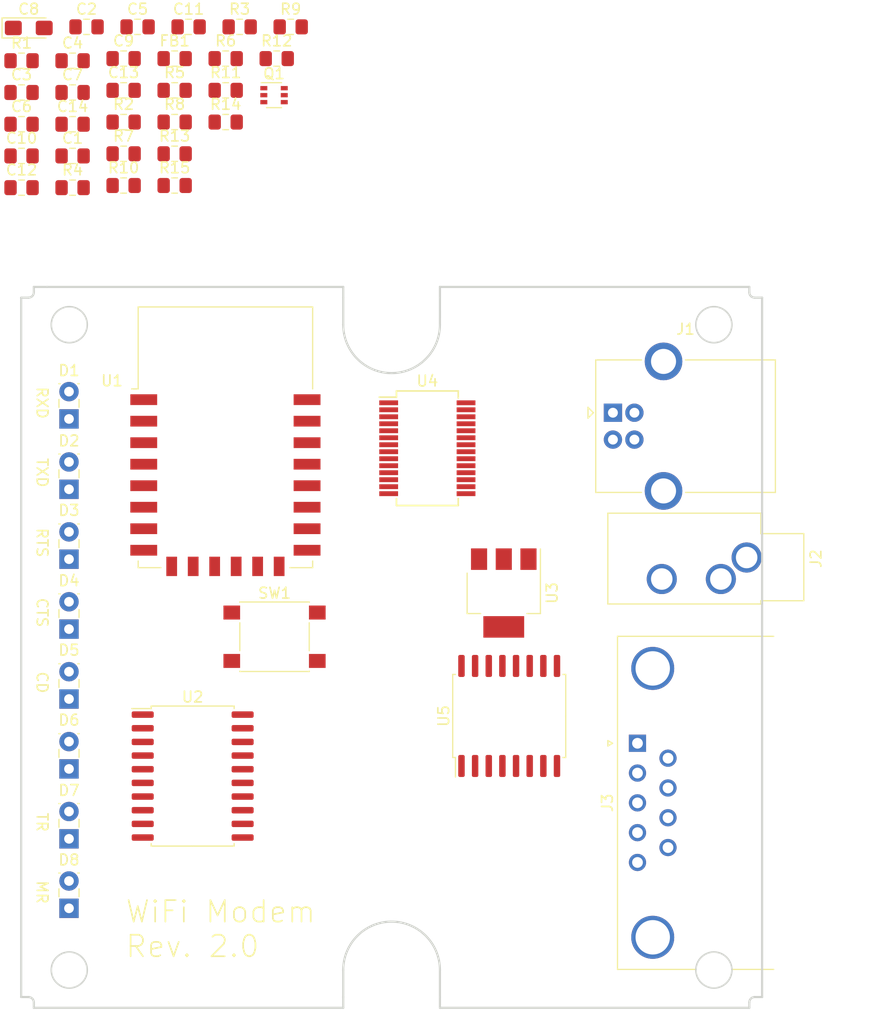
<source format=kicad_pcb>
(kicad_pcb (version 20171130) (host pcbnew "(5.1.6)-1")

  (general
    (thickness 1.6)
    (drawings 43)
    (tracks 0)
    (zones 0)
    (modules 52)
    (nets 49)
  )

  (page A4)
  (layers
    (0 F.Cu signal)
    (31 B.Cu signal)
    (32 B.Adhes user)
    (33 F.Adhes user)
    (34 B.Paste user)
    (35 F.Paste user)
    (36 B.SilkS user)
    (37 F.SilkS user)
    (38 B.Mask user)
    (39 F.Mask user)
    (40 Dwgs.User user)
    (41 Cmts.User user)
    (42 Eco1.User user)
    (43 Eco2.User user)
    (44 Edge.Cuts user)
    (45 Margin user)
    (46 B.CrtYd user)
    (47 F.CrtYd user)
    (48 B.Fab user)
    (49 F.Fab user)
  )

  (setup
    (last_trace_width 0.25)
    (trace_clearance 0.2)
    (zone_clearance 0.508)
    (zone_45_only yes)
    (trace_min 0.2)
    (via_size 0.8)
    (via_drill 0.4)
    (via_min_size 0.4)
    (via_min_drill 0.3)
    (uvia_size 0.3)
    (uvia_drill 0.1)
    (uvias_allowed no)
    (uvia_min_size 0.2)
    (uvia_min_drill 0.1)
    (edge_width 0.05)
    (segment_width 0.2)
    (pcb_text_width 0.3)
    (pcb_text_size 1.5 1.5)
    (mod_edge_width 0.12)
    (mod_text_size 1 1)
    (mod_text_width 0.15)
    (pad_size 1.524 1.524)
    (pad_drill 0.762)
    (pad_to_mask_clearance 0.05)
    (aux_axis_origin 0 0)
    (grid_origin 103.124 126.238)
    (visible_elements 7FFFFFFF)
    (pcbplotparams
      (layerselection 0x010fc_ffffffff)
      (usegerberextensions false)
      (usegerberattributes true)
      (usegerberadvancedattributes true)
      (creategerberjobfile true)
      (excludeedgelayer true)
      (linewidth 0.100000)
      (plotframeref false)
      (viasonmask false)
      (mode 1)
      (useauxorigin false)
      (hpglpennumber 1)
      (hpglpenspeed 20)
      (hpglpendiameter 15.000000)
      (psnegative false)
      (psa4output false)
      (plotreference true)
      (plotvalue true)
      (plotinvisibletext false)
      (padsonsilk false)
      (subtractmaskfromsilk false)
      (outputformat 1)
      (mirror false)
      (drillshape 0)
      (scaleselection 1)
      (outputdirectory "pcb/"))
  )

  (net 0 "")
  (net 1 GND)
  (net 2 +5V)
  (net 3 +3V3)
  (net 4 "Net-(C6-Pad2)")
  (net 5 "Net-(D1-Pad1)")
  (net 6 "Net-(D2-Pad1)")
  (net 7 "Net-(D3-Pad1)")
  (net 8 "Net-(D4-Pad1)")
  (net 9 "Net-(D5-Pad1)")
  (net 10 "Net-(D6-Pad1)")
  (net 11 "Net-(D7-Pad1)")
  (net 12 "Net-(D8-Pad1)")
  (net 13 "Net-(C6-Pad1)")
  (net 14 FT232_3V3)
  (net 15 "Net-(C10-Pad2)")
  (net 16 "Net-(C10-Pad1)")
  (net 17 "Net-(C12-Pad2)")
  (net 18 "Net-(C13-Pad1)")
  (net 19 VBUS)
  (net 20 "Net-(J1-Pad3)")
  (net 21 "Net-(J1-Pad2)")
  (net 22 3V3_TTL_TXD)
  (net 23 3V3_TTL_RXD)
  (net 24 RS232_RTS)
  (net 25 RS232_CTS)
  (net 26 RS232_RXD)
  (net 27 RS232_TXD)
  (net 28 ESP_GPIO0)
  (net 29 ESP_UART0_CTS)
  (net 30 "Net-(Q1-Pad2)")
  (net 31 "Net-(Q1-Pad5)")
  (net 32 ESP_RST_N)
  (net 33 FT232_DTR)
  (net 34 ESP_GPIO2)
  (net 35 RX_LED_DRV)
  (net 36 TX_LED_DRV)
  (net 37 RTS_LED_DRV)
  (net 38 CTS_LED_DRV)
  (net 39 CD_LED_DRV)
  (net 40 RI_LED_DRV)
  (net 41 TR_LED_DRV)
  (net 42 MR_LED_DRV)
  (net 43 ESP_EN)
  (net 44 ESP_GPIO15_UART0_RTS)
  (net 45 ESP_GPIO5)
  (net 46 ESP_GPIO4)
  (net 47 ESP_GPIO12)
  (net 48 ESP_GPIO14)

  (net_class Default "This is the default net class."
    (clearance 0.2)
    (trace_width 0.25)
    (via_dia 0.8)
    (via_drill 0.4)
    (uvia_dia 0.3)
    (uvia_drill 0.1)
    (add_net 3V3_TTL_RXD)
    (add_net 3V3_TTL_TXD)
    (add_net CD_LED_DRV)
    (add_net CTS_LED_DRV)
    (add_net ESP_EN)
    (add_net ESP_GPIO0)
    (add_net ESP_GPIO12)
    (add_net ESP_GPIO14)
    (add_net ESP_GPIO15_UART0_RTS)
    (add_net ESP_GPIO2)
    (add_net ESP_GPIO4)
    (add_net ESP_GPIO5)
    (add_net ESP_RST_N)
    (add_net ESP_UART0_CTS)
    (add_net FT232_3V3)
    (add_net FT232_DTR)
    (add_net MR_LED_DRV)
    (add_net "Net-(C10-Pad1)")
    (add_net "Net-(C10-Pad2)")
    (add_net "Net-(C12-Pad2)")
    (add_net "Net-(C13-Pad1)")
    (add_net "Net-(C6-Pad1)")
    (add_net "Net-(C6-Pad2)")
    (add_net "Net-(D1-Pad1)")
    (add_net "Net-(D2-Pad1)")
    (add_net "Net-(D3-Pad1)")
    (add_net "Net-(D4-Pad1)")
    (add_net "Net-(D5-Pad1)")
    (add_net "Net-(D6-Pad1)")
    (add_net "Net-(D7-Pad1)")
    (add_net "Net-(D8-Pad1)")
    (add_net "Net-(J1-Pad2)")
    (add_net "Net-(J1-Pad3)")
    (add_net "Net-(Q1-Pad2)")
    (add_net "Net-(Q1-Pad5)")
    (add_net RI_LED_DRV)
    (add_net RS232_CTS)
    (add_net RS232_RTS)
    (add_net RS232_RXD)
    (add_net RS232_TXD)
    (add_net RTS_LED_DRV)
    (add_net RX_LED_DRV)
    (add_net TR_LED_DRV)
    (add_net TX_LED_DRV)
    (add_net VBUS)
  )

  (net_class Power ""
    (clearance 0.2)
    (trace_width 0.5)
    (via_dia 0.8)
    (via_drill 0.4)
    (uvia_dia 0.3)
    (uvia_drill 0.1)
    (add_net +3V3)
    (add_net +5V)
    (add_net GND)
  )

  (module Package_SO:SOIC-16W_7.5x10.3mm_P1.27mm (layer F.Cu) (tedit 5D9F72B1) (tstamp 5F47BA04)
    (at 84.074 102.616 90)
    (descr "SOIC, 16 Pin (JEDEC MS-013AA, https://www.analog.com/media/en/package-pcb-resources/package/pkg_pdf/soic_wide-rw/rw_16.pdf), generated with kicad-footprint-generator ipc_gullwing_generator.py")
    (tags "SOIC SO")
    (path /5F0AD876)
    (attr smd)
    (fp_text reference U5 (at 0 -6.1 90) (layer F.SilkS)
      (effects (font (size 1 1) (thickness 0.15)))
    )
    (fp_text value MAX232 (at 0 6.1 90) (layer F.Fab)
      (effects (font (size 1 1) (thickness 0.15)))
    )
    (fp_line (start 5.93 -5.4) (end -5.93 -5.4) (layer F.CrtYd) (width 0.05))
    (fp_line (start 5.93 5.4) (end 5.93 -5.4) (layer F.CrtYd) (width 0.05))
    (fp_line (start -5.93 5.4) (end 5.93 5.4) (layer F.CrtYd) (width 0.05))
    (fp_line (start -5.93 -5.4) (end -5.93 5.4) (layer F.CrtYd) (width 0.05))
    (fp_line (start -3.75 -4.15) (end -2.75 -5.15) (layer F.Fab) (width 0.1))
    (fp_line (start -3.75 5.15) (end -3.75 -4.15) (layer F.Fab) (width 0.1))
    (fp_line (start 3.75 5.15) (end -3.75 5.15) (layer F.Fab) (width 0.1))
    (fp_line (start 3.75 -5.15) (end 3.75 5.15) (layer F.Fab) (width 0.1))
    (fp_line (start -2.75 -5.15) (end 3.75 -5.15) (layer F.Fab) (width 0.1))
    (fp_line (start -3.86 -5.005) (end -5.675 -5.005) (layer F.SilkS) (width 0.12))
    (fp_line (start -3.86 -5.26) (end -3.86 -5.005) (layer F.SilkS) (width 0.12))
    (fp_line (start 0 -5.26) (end -3.86 -5.26) (layer F.SilkS) (width 0.12))
    (fp_line (start 3.86 -5.26) (end 3.86 -5.005) (layer F.SilkS) (width 0.12))
    (fp_line (start 0 -5.26) (end 3.86 -5.26) (layer F.SilkS) (width 0.12))
    (fp_line (start -3.86 5.26) (end -3.86 5.005) (layer F.SilkS) (width 0.12))
    (fp_line (start 0 5.26) (end -3.86 5.26) (layer F.SilkS) (width 0.12))
    (fp_line (start 3.86 5.26) (end 3.86 5.005) (layer F.SilkS) (width 0.12))
    (fp_line (start 0 5.26) (end 3.86 5.26) (layer F.SilkS) (width 0.12))
    (fp_text user %R (at 0 0 90) (layer F.Fab)
      (effects (font (size 1 1) (thickness 0.15)))
    )
    (pad 16 smd roundrect (at 4.65 -4.445 90) (size 2.05 0.6) (layers F.Cu F.Paste F.Mask) (roundrect_rratio 0.25)
      (net 3 +3V3))
    (pad 15 smd roundrect (at 4.65 -3.175 90) (size 2.05 0.6) (layers F.Cu F.Paste F.Mask) (roundrect_rratio 0.25)
      (net 1 GND))
    (pad 14 smd roundrect (at 4.65 -1.905 90) (size 2.05 0.6) (layers F.Cu F.Paste F.Mask) (roundrect_rratio 0.25)
      (net 27 RS232_TXD))
    (pad 13 smd roundrect (at 4.65 -0.635 90) (size 2.05 0.6) (layers F.Cu F.Paste F.Mask) (roundrect_rratio 0.25)
      (net 26 RS232_RXD))
    (pad 12 smd roundrect (at 4.65 0.635 90) (size 2.05 0.6) (layers F.Cu F.Paste F.Mask) (roundrect_rratio 0.25)
      (net 22 3V3_TTL_TXD))
    (pad 11 smd roundrect (at 4.65 1.905 90) (size 2.05 0.6) (layers F.Cu F.Paste F.Mask) (roundrect_rratio 0.25)
      (net 23 3V3_TTL_RXD))
    (pad 10 smd roundrect (at 4.65 3.175 90) (size 2.05 0.6) (layers F.Cu F.Paste F.Mask) (roundrect_rratio 0.25)
      (net 29 ESP_UART0_CTS))
    (pad 9 smd roundrect (at 4.65 4.445 90) (size 2.05 0.6) (layers F.Cu F.Paste F.Mask) (roundrect_rratio 0.25)
      (net 44 ESP_GPIO15_UART0_RTS))
    (pad 8 smd roundrect (at -4.65 4.445 90) (size 2.05 0.6) (layers F.Cu F.Paste F.Mask) (roundrect_rratio 0.25)
      (net 25 RS232_CTS))
    (pad 7 smd roundrect (at -4.65 3.175 90) (size 2.05 0.6) (layers F.Cu F.Paste F.Mask) (roundrect_rratio 0.25)
      (net 24 RS232_RTS))
    (pad 6 smd roundrect (at -4.65 1.905 90) (size 2.05 0.6) (layers F.Cu F.Paste F.Mask) (roundrect_rratio 0.25)
      (net 18 "Net-(C13-Pad1)"))
    (pad 5 smd roundrect (at -4.65 0.635 90) (size 2.05 0.6) (layers F.Cu F.Paste F.Mask) (roundrect_rratio 0.25)
      (net 15 "Net-(C10-Pad2)"))
    (pad 4 smd roundrect (at -4.65 -0.635 90) (size 2.05 0.6) (layers F.Cu F.Paste F.Mask) (roundrect_rratio 0.25)
      (net 16 "Net-(C10-Pad1)"))
    (pad 3 smd roundrect (at -4.65 -1.905 90) (size 2.05 0.6) (layers F.Cu F.Paste F.Mask) (roundrect_rratio 0.25)
      (net 4 "Net-(C6-Pad2)"))
    (pad 2 smd roundrect (at -4.65 -3.175 90) (size 2.05 0.6) (layers F.Cu F.Paste F.Mask) (roundrect_rratio 0.25)
      (net 17 "Net-(C12-Pad2)"))
    (pad 1 smd roundrect (at -4.65 -4.445 90) (size 2.05 0.6) (layers F.Cu F.Paste F.Mask) (roundrect_rratio 0.25)
      (net 13 "Net-(C6-Pad1)"))
    (model ${KISYS3DMOD}/Package_SO.3dshapes/SOIC-16W_7.5x10.3mm_P1.27mm.wrl
      (at (xyz 0 0 0))
      (scale (xyz 1 1 1))
      (rotate (xyz 0 0 0))
    )
  )

  (module Package_TO_SOT_SMD:SOT-223-3_TabPin2 (layer F.Cu) (tedit 5A02FF57) (tstamp 5F0B365E)
    (at 83.566 91.186 270)
    (descr "module CMS SOT223 4 pins")
    (tags "CMS SOT")
    (path /5F608C6C)
    (attr smd)
    (fp_text reference U3 (at 0 -4.5 90) (layer F.SilkS)
      (effects (font (size 1 1) (thickness 0.15)))
    )
    (fp_text value LM1117-3.3 (at 0 4.5 90) (layer F.Fab)
      (effects (font (size 1 1) (thickness 0.15)))
    )
    (fp_line (start 1.85 -3.35) (end 1.85 3.35) (layer F.Fab) (width 0.1))
    (fp_line (start -1.85 3.35) (end 1.85 3.35) (layer F.Fab) (width 0.1))
    (fp_line (start -4.1 -3.41) (end 1.91 -3.41) (layer F.SilkS) (width 0.12))
    (fp_line (start -0.85 -3.35) (end 1.85 -3.35) (layer F.Fab) (width 0.1))
    (fp_line (start -1.85 3.41) (end 1.91 3.41) (layer F.SilkS) (width 0.12))
    (fp_line (start -1.85 -2.35) (end -1.85 3.35) (layer F.Fab) (width 0.1))
    (fp_line (start -1.85 -2.35) (end -0.85 -3.35) (layer F.Fab) (width 0.1))
    (fp_line (start -4.4 -3.6) (end -4.4 3.6) (layer F.CrtYd) (width 0.05))
    (fp_line (start -4.4 3.6) (end 4.4 3.6) (layer F.CrtYd) (width 0.05))
    (fp_line (start 4.4 3.6) (end 4.4 -3.6) (layer F.CrtYd) (width 0.05))
    (fp_line (start 4.4 -3.6) (end -4.4 -3.6) (layer F.CrtYd) (width 0.05))
    (fp_line (start 1.91 -3.41) (end 1.91 -2.15) (layer F.SilkS) (width 0.12))
    (fp_line (start 1.91 3.41) (end 1.91 2.15) (layer F.SilkS) (width 0.12))
    (fp_text user %R (at 0 0) (layer F.Fab)
      (effects (font (size 0.8 0.8) (thickness 0.12)))
    )
    (pad 1 smd rect (at -3.15 -2.3 270) (size 2 1.5) (layers F.Cu F.Paste F.Mask)
      (net 1 GND))
    (pad 3 smd rect (at -3.15 2.3 270) (size 2 1.5) (layers F.Cu F.Paste F.Mask)
      (net 2 +5V))
    (pad 2 smd rect (at -3.15 0 270) (size 2 1.5) (layers F.Cu F.Paste F.Mask)
      (net 3 +3V3))
    (pad 2 smd rect (at 3.15 0 270) (size 2 3.8) (layers F.Cu F.Paste F.Mask)
      (net 3 +3V3))
    (model ${KISYS3DMOD}/Package_TO_SOT_SMD.3dshapes/SOT-223.wrl
      (at (xyz 0 0 0))
      (scale (xyz 1 1 1))
      (rotate (xyz 0 0 0))
    )
  )

  (module Package_SO:SOIC-20W_7.5x12.8mm_P1.27mm (layer F.Cu) (tedit 5D9F72B1) (tstamp 5F47D13A)
    (at 54.61 108.204)
    (descr "SOIC, 20 Pin (JEDEC MS-013AC, https://www.analog.com/media/en/package-pcb-resources/package/233848rw_20.pdf), generated with kicad-footprint-generator ipc_gullwing_generator.py")
    (tags "SOIC SO")
    (path /5F0AF6B6)
    (attr smd)
    (fp_text reference U2 (at 0 -7.35) (layer F.SilkS)
      (effects (font (size 1 1) (thickness 0.15)))
    )
    (fp_text value 74HC245 (at 0 7.35) (layer F.Fab)
      (effects (font (size 1 1) (thickness 0.15)))
    )
    (fp_line (start 5.93 -6.65) (end -5.93 -6.65) (layer F.CrtYd) (width 0.05))
    (fp_line (start 5.93 6.65) (end 5.93 -6.65) (layer F.CrtYd) (width 0.05))
    (fp_line (start -5.93 6.65) (end 5.93 6.65) (layer F.CrtYd) (width 0.05))
    (fp_line (start -5.93 -6.65) (end -5.93 6.65) (layer F.CrtYd) (width 0.05))
    (fp_line (start -3.75 -5.4) (end -2.75 -6.4) (layer F.Fab) (width 0.1))
    (fp_line (start -3.75 6.4) (end -3.75 -5.4) (layer F.Fab) (width 0.1))
    (fp_line (start 3.75 6.4) (end -3.75 6.4) (layer F.Fab) (width 0.1))
    (fp_line (start 3.75 -6.4) (end 3.75 6.4) (layer F.Fab) (width 0.1))
    (fp_line (start -2.75 -6.4) (end 3.75 -6.4) (layer F.Fab) (width 0.1))
    (fp_line (start -3.86 -6.275) (end -5.675 -6.275) (layer F.SilkS) (width 0.12))
    (fp_line (start -3.86 -6.51) (end -3.86 -6.275) (layer F.SilkS) (width 0.12))
    (fp_line (start 0 -6.51) (end -3.86 -6.51) (layer F.SilkS) (width 0.12))
    (fp_line (start 3.86 -6.51) (end 3.86 -6.275) (layer F.SilkS) (width 0.12))
    (fp_line (start 0 -6.51) (end 3.86 -6.51) (layer F.SilkS) (width 0.12))
    (fp_line (start -3.86 6.51) (end -3.86 6.275) (layer F.SilkS) (width 0.12))
    (fp_line (start 0 6.51) (end -3.86 6.51) (layer F.SilkS) (width 0.12))
    (fp_line (start 3.86 6.51) (end 3.86 6.275) (layer F.SilkS) (width 0.12))
    (fp_line (start 0 6.51) (end 3.86 6.51) (layer F.SilkS) (width 0.12))
    (fp_text user %R (at 0 0) (layer F.Fab)
      (effects (font (size 1 1) (thickness 0.15)))
    )
    (pad 20 smd roundrect (at 4.65 -5.715) (size 2.05 0.6) (layers F.Cu F.Paste F.Mask) (roundrect_rratio 0.25)
      (net 2 +5V))
    (pad 19 smd roundrect (at 4.65 -4.445) (size 2.05 0.6) (layers F.Cu F.Paste F.Mask) (roundrect_rratio 0.25)
      (net 1 GND))
    (pad 18 smd roundrect (at 4.65 -3.175) (size 2.05 0.6) (layers F.Cu F.Paste F.Mask) (roundrect_rratio 0.25)
      (net 22 3V3_TTL_TXD))
    (pad 17 smd roundrect (at 4.65 -1.905) (size 2.05 0.6) (layers F.Cu F.Paste F.Mask) (roundrect_rratio 0.25)
      (net 23 3V3_TTL_RXD))
    (pad 16 smd roundrect (at 4.65 -0.635) (size 2.05 0.6) (layers F.Cu F.Paste F.Mask) (roundrect_rratio 0.25)
      (net 29 ESP_UART0_CTS))
    (pad 15 smd roundrect (at 4.65 0.635) (size 2.05 0.6) (layers F.Cu F.Paste F.Mask) (roundrect_rratio 0.25)
      (net 44 ESP_GPIO15_UART0_RTS))
    (pad 14 smd roundrect (at 4.65 1.905) (size 2.05 0.6) (layers F.Cu F.Paste F.Mask) (roundrect_rratio 0.25)
      (net 46 ESP_GPIO4))
    (pad 13 smd roundrect (at 4.65 3.175) (size 2.05 0.6) (layers F.Cu F.Paste F.Mask) (roundrect_rratio 0.25)
      (net 45 ESP_GPIO5))
    (pad 12 smd roundrect (at 4.65 4.445) (size 2.05 0.6) (layers F.Cu F.Paste F.Mask) (roundrect_rratio 0.25)
      (net 47 ESP_GPIO12))
    (pad 11 smd roundrect (at 4.65 5.715) (size 2.05 0.6) (layers F.Cu F.Paste F.Mask) (roundrect_rratio 0.25)
      (net 48 ESP_GPIO14))
    (pad 10 smd roundrect (at -4.65 5.715) (size 2.05 0.6) (layers F.Cu F.Paste F.Mask) (roundrect_rratio 0.25)
      (net 1 GND))
    (pad 9 smd roundrect (at -4.65 4.445) (size 2.05 0.6) (layers F.Cu F.Paste F.Mask) (roundrect_rratio 0.25)
      (net 42 MR_LED_DRV))
    (pad 8 smd roundrect (at -4.65 3.175) (size 2.05 0.6) (layers F.Cu F.Paste F.Mask) (roundrect_rratio 0.25)
      (net 41 TR_LED_DRV))
    (pad 7 smd roundrect (at -4.65 1.905) (size 2.05 0.6) (layers F.Cu F.Paste F.Mask) (roundrect_rratio 0.25)
      (net 40 RI_LED_DRV))
    (pad 6 smd roundrect (at -4.65 0.635) (size 2.05 0.6) (layers F.Cu F.Paste F.Mask) (roundrect_rratio 0.25)
      (net 39 CD_LED_DRV))
    (pad 5 smd roundrect (at -4.65 -0.635) (size 2.05 0.6) (layers F.Cu F.Paste F.Mask) (roundrect_rratio 0.25)
      (net 38 CTS_LED_DRV))
    (pad 4 smd roundrect (at -4.65 -1.905) (size 2.05 0.6) (layers F.Cu F.Paste F.Mask) (roundrect_rratio 0.25)
      (net 37 RTS_LED_DRV))
    (pad 3 smd roundrect (at -4.65 -3.175) (size 2.05 0.6) (layers F.Cu F.Paste F.Mask) (roundrect_rratio 0.25)
      (net 36 TX_LED_DRV))
    (pad 2 smd roundrect (at -4.65 -4.445) (size 2.05 0.6) (layers F.Cu F.Paste F.Mask) (roundrect_rratio 0.25)
      (net 35 RX_LED_DRV))
    (pad 1 smd roundrect (at -4.65 -5.715) (size 2.05 0.6) (layers F.Cu F.Paste F.Mask) (roundrect_rratio 0.25)
      (net 1 GND))
    (model ${KISYS3DMOD}/Package_SO.3dshapes/SOIC-20W_7.5x12.8mm_P1.27mm.wrl
      (at (xyz 0 0 0))
      (scale (xyz 1 1 1))
      (rotate (xyz 0 0 0))
    )
  )

  (module Resistor_SMD:R_0805_2012Metric_Pad1.15x1.40mm_HandSolder (layer F.Cu) (tedit 5B36C52B) (tstamp 5F487A4E)
    (at 52.934 53.296)
    (descr "Resistor SMD 0805 (2012 Metric), square (rectangular) end terminal, IPC_7351 nominal with elongated pad for handsoldering. (Body size source: https://docs.google.com/spreadsheets/d/1BsfQQcO9C6DZCsRaXUlFlo91Tg2WpOkGARC1WS5S8t0/edit?usp=sharing), generated with kicad-footprint-generator")
    (tags "resistor handsolder")
    (path /5F7FDC37)
    (attr smd)
    (fp_text reference R15 (at 0 -1.65) (layer F.SilkS)
      (effects (font (size 1 1) (thickness 0.15)))
    )
    (fp_text value 10k (at 0 1.65) (layer F.Fab)
      (effects (font (size 1 1) (thickness 0.15)))
    )
    (fp_line (start 1.85 0.95) (end -1.85 0.95) (layer F.CrtYd) (width 0.05))
    (fp_line (start 1.85 -0.95) (end 1.85 0.95) (layer F.CrtYd) (width 0.05))
    (fp_line (start -1.85 -0.95) (end 1.85 -0.95) (layer F.CrtYd) (width 0.05))
    (fp_line (start -1.85 0.95) (end -1.85 -0.95) (layer F.CrtYd) (width 0.05))
    (fp_line (start -0.261252 0.71) (end 0.261252 0.71) (layer F.SilkS) (width 0.12))
    (fp_line (start -0.261252 -0.71) (end 0.261252 -0.71) (layer F.SilkS) (width 0.12))
    (fp_line (start 1 0.6) (end -1 0.6) (layer F.Fab) (width 0.1))
    (fp_line (start 1 -0.6) (end 1 0.6) (layer F.Fab) (width 0.1))
    (fp_line (start -1 -0.6) (end 1 -0.6) (layer F.Fab) (width 0.1))
    (fp_line (start -1 0.6) (end -1 -0.6) (layer F.Fab) (width 0.1))
    (fp_text user %R (at 0 0) (layer F.Fab)
      (effects (font (size 0.5 0.5) (thickness 0.08)))
    )
    (pad 2 smd roundrect (at 1.025 0) (size 1.15 1.4) (layers F.Cu F.Paste F.Mask) (roundrect_rratio 0.217391)
      (net 29 ESP_UART0_CTS))
    (pad 1 smd roundrect (at -1.025 0) (size 1.15 1.4) (layers F.Cu F.Paste F.Mask) (roundrect_rratio 0.217391)
      (net 30 "Net-(Q1-Pad2)"))
    (model ${KISYS3DMOD}/Resistor_SMD.3dshapes/R_0805_2012Metric.wrl
      (at (xyz 0 0 0))
      (scale (xyz 1 1 1))
      (rotate (xyz 0 0 0))
    )
  )

  (module Resistor_SMD:R_0805_2012Metric_Pad1.15x1.40mm_HandSolder (layer F.Cu) (tedit 5B36C52B) (tstamp 5F487A3D)
    (at 57.684 47.396)
    (descr "Resistor SMD 0805 (2012 Metric), square (rectangular) end terminal, IPC_7351 nominal with elongated pad for handsoldering. (Body size source: https://docs.google.com/spreadsheets/d/1BsfQQcO9C6DZCsRaXUlFlo91Tg2WpOkGARC1WS5S8t0/edit?usp=sharing), generated with kicad-footprint-generator")
    (tags "resistor handsolder")
    (path /5F7FE5A0)
    (attr smd)
    (fp_text reference R14 (at 0 -1.65) (layer F.SilkS)
      (effects (font (size 1 1) (thickness 0.15)))
    )
    (fp_text value 10k (at 0 1.65) (layer F.Fab)
      (effects (font (size 1 1) (thickness 0.15)))
    )
    (fp_line (start 1.85 0.95) (end -1.85 0.95) (layer F.CrtYd) (width 0.05))
    (fp_line (start 1.85 -0.95) (end 1.85 0.95) (layer F.CrtYd) (width 0.05))
    (fp_line (start -1.85 -0.95) (end 1.85 -0.95) (layer F.CrtYd) (width 0.05))
    (fp_line (start -1.85 0.95) (end -1.85 -0.95) (layer F.CrtYd) (width 0.05))
    (fp_line (start -0.261252 0.71) (end 0.261252 0.71) (layer F.SilkS) (width 0.12))
    (fp_line (start -0.261252 -0.71) (end 0.261252 -0.71) (layer F.SilkS) (width 0.12))
    (fp_line (start 1 0.6) (end -1 0.6) (layer F.Fab) (width 0.1))
    (fp_line (start 1 -0.6) (end 1 0.6) (layer F.Fab) (width 0.1))
    (fp_line (start -1 -0.6) (end 1 -0.6) (layer F.Fab) (width 0.1))
    (fp_line (start -1 0.6) (end -1 -0.6) (layer F.Fab) (width 0.1))
    (fp_text user %R (at 0 0) (layer F.Fab)
      (effects (font (size 0.5 0.5) (thickness 0.08)))
    )
    (pad 2 smd roundrect (at 1.025 0) (size 1.15 1.4) (layers F.Cu F.Paste F.Mask) (roundrect_rratio 0.217391)
      (net 33 FT232_DTR))
    (pad 1 smd roundrect (at -1.025 0) (size 1.15 1.4) (layers F.Cu F.Paste F.Mask) (roundrect_rratio 0.217391)
      (net 31 "Net-(Q1-Pad5)"))
    (model ${KISYS3DMOD}/Resistor_SMD.3dshapes/R_0805_2012Metric.wrl
      (at (xyz 0 0 0))
      (scale (xyz 1 1 1))
      (rotate (xyz 0 0 0))
    )
  )

  (module Resistor_SMD:R_0805_2012Metric_Pad1.15x1.40mm_HandSolder (layer F.Cu) (tedit 5B36C52B) (tstamp 5F487A2C)
    (at 52.934 50.346)
    (descr "Resistor SMD 0805 (2012 Metric), square (rectangular) end terminal, IPC_7351 nominal with elongated pad for handsoldering. (Body size source: https://docs.google.com/spreadsheets/d/1BsfQQcO9C6DZCsRaXUlFlo91Tg2WpOkGARC1WS5S8t0/edit?usp=sharing), generated with kicad-footprint-generator")
    (tags "resistor handsolder")
    (path /5F8F8405)
    (attr smd)
    (fp_text reference R13 (at 0 -1.65) (layer F.SilkS)
      (effects (font (size 1 1) (thickness 0.15)))
    )
    (fp_text value 10k (at 0 1.65) (layer F.Fab)
      (effects (font (size 1 1) (thickness 0.15)))
    )
    (fp_line (start 1.85 0.95) (end -1.85 0.95) (layer F.CrtYd) (width 0.05))
    (fp_line (start 1.85 -0.95) (end 1.85 0.95) (layer F.CrtYd) (width 0.05))
    (fp_line (start -1.85 -0.95) (end 1.85 -0.95) (layer F.CrtYd) (width 0.05))
    (fp_line (start -1.85 0.95) (end -1.85 -0.95) (layer F.CrtYd) (width 0.05))
    (fp_line (start -0.261252 0.71) (end 0.261252 0.71) (layer F.SilkS) (width 0.12))
    (fp_line (start -0.261252 -0.71) (end 0.261252 -0.71) (layer F.SilkS) (width 0.12))
    (fp_line (start 1 0.6) (end -1 0.6) (layer F.Fab) (width 0.1))
    (fp_line (start 1 -0.6) (end 1 0.6) (layer F.Fab) (width 0.1))
    (fp_line (start -1 -0.6) (end 1 -0.6) (layer F.Fab) (width 0.1))
    (fp_line (start -1 0.6) (end -1 -0.6) (layer F.Fab) (width 0.1))
    (fp_text user %R (at 0 0) (layer F.Fab)
      (effects (font (size 0.5 0.5) (thickness 0.08)))
    )
    (pad 2 smd roundrect (at 1.025 0) (size 1.15 1.4) (layers F.Cu F.Paste F.Mask) (roundrect_rratio 0.217391)
      (net 1 GND))
    (pad 1 smd roundrect (at -1.025 0) (size 1.15 1.4) (layers F.Cu F.Paste F.Mask) (roundrect_rratio 0.217391)
      (net 44 ESP_GPIO15_UART0_RTS))
    (model ${KISYS3DMOD}/Resistor_SMD.3dshapes/R_0805_2012Metric.wrl
      (at (xyz 0 0 0))
      (scale (xyz 1 1 1))
      (rotate (xyz 0 0 0))
    )
  )

  (module Resistor_SMD:R_0805_2012Metric_Pad1.15x1.40mm_HandSolder (layer F.Cu) (tedit 5B36C52B) (tstamp 5F487A1B)
    (at 62.434 41.496)
    (descr "Resistor SMD 0805 (2012 Metric), square (rectangular) end terminal, IPC_7351 nominal with elongated pad for handsoldering. (Body size source: https://docs.google.com/spreadsheets/d/1BsfQQcO9C6DZCsRaXUlFlo91Tg2WpOkGARC1WS5S8t0/edit?usp=sharing), generated with kicad-footprint-generator")
    (tags "resistor handsolder")
    (path /5F8F1946)
    (attr smd)
    (fp_text reference R12 (at 0 -1.65) (layer F.SilkS)
      (effects (font (size 1 1) (thickness 0.15)))
    )
    (fp_text value 10k (at 0 1.65) (layer F.Fab)
      (effects (font (size 1 1) (thickness 0.15)))
    )
    (fp_line (start 1.85 0.95) (end -1.85 0.95) (layer F.CrtYd) (width 0.05))
    (fp_line (start 1.85 -0.95) (end 1.85 0.95) (layer F.CrtYd) (width 0.05))
    (fp_line (start -1.85 -0.95) (end 1.85 -0.95) (layer F.CrtYd) (width 0.05))
    (fp_line (start -1.85 0.95) (end -1.85 -0.95) (layer F.CrtYd) (width 0.05))
    (fp_line (start -0.261252 0.71) (end 0.261252 0.71) (layer F.SilkS) (width 0.12))
    (fp_line (start -0.261252 -0.71) (end 0.261252 -0.71) (layer F.SilkS) (width 0.12))
    (fp_line (start 1 0.6) (end -1 0.6) (layer F.Fab) (width 0.1))
    (fp_line (start 1 -0.6) (end 1 0.6) (layer F.Fab) (width 0.1))
    (fp_line (start -1 -0.6) (end 1 -0.6) (layer F.Fab) (width 0.1))
    (fp_line (start -1 0.6) (end -1 -0.6) (layer F.Fab) (width 0.1))
    (fp_text user %R (at 0 0) (layer F.Fab)
      (effects (font (size 0.5 0.5) (thickness 0.08)))
    )
    (pad 2 smd roundrect (at 1.025 0) (size 1.15 1.4) (layers F.Cu F.Paste F.Mask) (roundrect_rratio 0.217391)
      (net 43 ESP_EN))
    (pad 1 smd roundrect (at -1.025 0) (size 1.15 1.4) (layers F.Cu F.Paste F.Mask) (roundrect_rratio 0.217391)
      (net 3 +3V3))
    (model ${KISYS3DMOD}/Resistor_SMD.3dshapes/R_0805_2012Metric.wrl
      (at (xyz 0 0 0))
      (scale (xyz 1 1 1))
      (rotate (xyz 0 0 0))
    )
  )

  (module Resistor_SMD:R_0805_2012Metric_Pad1.15x1.40mm_HandSolder (layer F.Cu) (tedit 5B36C52B) (tstamp 5F487A0A)
    (at 57.684 44.446)
    (descr "Resistor SMD 0805 (2012 Metric), square (rectangular) end terminal, IPC_7351 nominal with elongated pad for handsoldering. (Body size source: https://docs.google.com/spreadsheets/d/1BsfQQcO9C6DZCsRaXUlFlo91Tg2WpOkGARC1WS5S8t0/edit?usp=sharing), generated with kicad-footprint-generator")
    (tags "resistor handsolder")
    (path /5F0B52AF)
    (attr smd)
    (fp_text reference R11 (at 0 -1.65) (layer F.SilkS)
      (effects (font (size 1 1) (thickness 0.15)))
    )
    (fp_text value 560 (at 0 1.65) (layer F.Fab)
      (effects (font (size 1 1) (thickness 0.15)))
    )
    (fp_line (start 1.85 0.95) (end -1.85 0.95) (layer F.CrtYd) (width 0.05))
    (fp_line (start 1.85 -0.95) (end 1.85 0.95) (layer F.CrtYd) (width 0.05))
    (fp_line (start -1.85 -0.95) (end 1.85 -0.95) (layer F.CrtYd) (width 0.05))
    (fp_line (start -1.85 0.95) (end -1.85 -0.95) (layer F.CrtYd) (width 0.05))
    (fp_line (start -0.261252 0.71) (end 0.261252 0.71) (layer F.SilkS) (width 0.12))
    (fp_line (start -0.261252 -0.71) (end 0.261252 -0.71) (layer F.SilkS) (width 0.12))
    (fp_line (start 1 0.6) (end -1 0.6) (layer F.Fab) (width 0.1))
    (fp_line (start 1 -0.6) (end 1 0.6) (layer F.Fab) (width 0.1))
    (fp_line (start -1 -0.6) (end 1 -0.6) (layer F.Fab) (width 0.1))
    (fp_line (start -1 0.6) (end -1 -0.6) (layer F.Fab) (width 0.1))
    (fp_text user %R (at 0 0) (layer F.Fab)
      (effects (font (size 0.5 0.5) (thickness 0.08)))
    )
    (pad 2 smd roundrect (at 1.025 0) (size 1.15 1.4) (layers F.Cu F.Paste F.Mask) (roundrect_rratio 0.217391)
      (net 12 "Net-(D8-Pad1)"))
    (pad 1 smd roundrect (at -1.025 0) (size 1.15 1.4) (layers F.Cu F.Paste F.Mask) (roundrect_rratio 0.217391)
      (net 42 MR_LED_DRV))
    (model ${KISYS3DMOD}/Resistor_SMD.3dshapes/R_0805_2012Metric.wrl
      (at (xyz 0 0 0))
      (scale (xyz 1 1 1))
      (rotate (xyz 0 0 0))
    )
  )

  (module Resistor_SMD:R_0805_2012Metric_Pad1.15x1.40mm_HandSolder (layer F.Cu) (tedit 5B36C52B) (tstamp 5F4879F9)
    (at 48.184 53.296)
    (descr "Resistor SMD 0805 (2012 Metric), square (rectangular) end terminal, IPC_7351 nominal with elongated pad for handsoldering. (Body size source: https://docs.google.com/spreadsheets/d/1BsfQQcO9C6DZCsRaXUlFlo91Tg2WpOkGARC1WS5S8t0/edit?usp=sharing), generated with kicad-footprint-generator")
    (tags "resistor handsolder")
    (path /5F0B4F1E)
    (attr smd)
    (fp_text reference R10 (at 0 -1.65) (layer F.SilkS)
      (effects (font (size 1 1) (thickness 0.15)))
    )
    (fp_text value 560 (at 0 1.65) (layer F.Fab)
      (effects (font (size 1 1) (thickness 0.15)))
    )
    (fp_line (start 1.85 0.95) (end -1.85 0.95) (layer F.CrtYd) (width 0.05))
    (fp_line (start 1.85 -0.95) (end 1.85 0.95) (layer F.CrtYd) (width 0.05))
    (fp_line (start -1.85 -0.95) (end 1.85 -0.95) (layer F.CrtYd) (width 0.05))
    (fp_line (start -1.85 0.95) (end -1.85 -0.95) (layer F.CrtYd) (width 0.05))
    (fp_line (start -0.261252 0.71) (end 0.261252 0.71) (layer F.SilkS) (width 0.12))
    (fp_line (start -0.261252 -0.71) (end 0.261252 -0.71) (layer F.SilkS) (width 0.12))
    (fp_line (start 1 0.6) (end -1 0.6) (layer F.Fab) (width 0.1))
    (fp_line (start 1 -0.6) (end 1 0.6) (layer F.Fab) (width 0.1))
    (fp_line (start -1 -0.6) (end 1 -0.6) (layer F.Fab) (width 0.1))
    (fp_line (start -1 0.6) (end -1 -0.6) (layer F.Fab) (width 0.1))
    (fp_text user %R (at 0 0) (layer F.Fab)
      (effects (font (size 0.5 0.5) (thickness 0.08)))
    )
    (pad 2 smd roundrect (at 1.025 0) (size 1.15 1.4) (layers F.Cu F.Paste F.Mask) (roundrect_rratio 0.217391)
      (net 11 "Net-(D7-Pad1)"))
    (pad 1 smd roundrect (at -1.025 0) (size 1.15 1.4) (layers F.Cu F.Paste F.Mask) (roundrect_rratio 0.217391)
      (net 41 TR_LED_DRV))
    (model ${KISYS3DMOD}/Resistor_SMD.3dshapes/R_0805_2012Metric.wrl
      (at (xyz 0 0 0))
      (scale (xyz 1 1 1))
      (rotate (xyz 0 0 0))
    )
  )

  (module Resistor_SMD:R_0805_2012Metric_Pad1.15x1.40mm_HandSolder (layer F.Cu) (tedit 5B36C52B) (tstamp 5F4879E8)
    (at 63.734 38.546)
    (descr "Resistor SMD 0805 (2012 Metric), square (rectangular) end terminal, IPC_7351 nominal with elongated pad for handsoldering. (Body size source: https://docs.google.com/spreadsheets/d/1BsfQQcO9C6DZCsRaXUlFlo91Tg2WpOkGARC1WS5S8t0/edit?usp=sharing), generated with kicad-footprint-generator")
    (tags "resistor handsolder")
    (path /5F0B495B)
    (attr smd)
    (fp_text reference R9 (at 0 -1.65) (layer F.SilkS)
      (effects (font (size 1 1) (thickness 0.15)))
    )
    (fp_text value 560 (at 0 1.65) (layer F.Fab)
      (effects (font (size 1 1) (thickness 0.15)))
    )
    (fp_line (start 1.85 0.95) (end -1.85 0.95) (layer F.CrtYd) (width 0.05))
    (fp_line (start 1.85 -0.95) (end 1.85 0.95) (layer F.CrtYd) (width 0.05))
    (fp_line (start -1.85 -0.95) (end 1.85 -0.95) (layer F.CrtYd) (width 0.05))
    (fp_line (start -1.85 0.95) (end -1.85 -0.95) (layer F.CrtYd) (width 0.05))
    (fp_line (start -0.261252 0.71) (end 0.261252 0.71) (layer F.SilkS) (width 0.12))
    (fp_line (start -0.261252 -0.71) (end 0.261252 -0.71) (layer F.SilkS) (width 0.12))
    (fp_line (start 1 0.6) (end -1 0.6) (layer F.Fab) (width 0.1))
    (fp_line (start 1 -0.6) (end 1 0.6) (layer F.Fab) (width 0.1))
    (fp_line (start -1 -0.6) (end 1 -0.6) (layer F.Fab) (width 0.1))
    (fp_line (start -1 0.6) (end -1 -0.6) (layer F.Fab) (width 0.1))
    (fp_text user %R (at 0 0) (layer F.Fab)
      (effects (font (size 0.5 0.5) (thickness 0.08)))
    )
    (pad 2 smd roundrect (at 1.025 0) (size 1.15 1.4) (layers F.Cu F.Paste F.Mask) (roundrect_rratio 0.217391)
      (net 10 "Net-(D6-Pad1)"))
    (pad 1 smd roundrect (at -1.025 0) (size 1.15 1.4) (layers F.Cu F.Paste F.Mask) (roundrect_rratio 0.217391)
      (net 40 RI_LED_DRV))
    (model ${KISYS3DMOD}/Resistor_SMD.3dshapes/R_0805_2012Metric.wrl
      (at (xyz 0 0 0))
      (scale (xyz 1 1 1))
      (rotate (xyz 0 0 0))
    )
  )

  (module Resistor_SMD:R_0805_2012Metric_Pad1.15x1.40mm_HandSolder (layer F.Cu) (tedit 5B36C52B) (tstamp 5F4879D7)
    (at 52.934 47.396)
    (descr "Resistor SMD 0805 (2012 Metric), square (rectangular) end terminal, IPC_7351 nominal with elongated pad for handsoldering. (Body size source: https://docs.google.com/spreadsheets/d/1BsfQQcO9C6DZCsRaXUlFlo91Tg2WpOkGARC1WS5S8t0/edit?usp=sharing), generated with kicad-footprint-generator")
    (tags "resistor handsolder")
    (path /5F0B44AC)
    (attr smd)
    (fp_text reference R8 (at 0 -1.65) (layer F.SilkS)
      (effects (font (size 1 1) (thickness 0.15)))
    )
    (fp_text value 560 (at 0 1.65) (layer F.Fab)
      (effects (font (size 1 1) (thickness 0.15)))
    )
    (fp_line (start 1.85 0.95) (end -1.85 0.95) (layer F.CrtYd) (width 0.05))
    (fp_line (start 1.85 -0.95) (end 1.85 0.95) (layer F.CrtYd) (width 0.05))
    (fp_line (start -1.85 -0.95) (end 1.85 -0.95) (layer F.CrtYd) (width 0.05))
    (fp_line (start -1.85 0.95) (end -1.85 -0.95) (layer F.CrtYd) (width 0.05))
    (fp_line (start -0.261252 0.71) (end 0.261252 0.71) (layer F.SilkS) (width 0.12))
    (fp_line (start -0.261252 -0.71) (end 0.261252 -0.71) (layer F.SilkS) (width 0.12))
    (fp_line (start 1 0.6) (end -1 0.6) (layer F.Fab) (width 0.1))
    (fp_line (start 1 -0.6) (end 1 0.6) (layer F.Fab) (width 0.1))
    (fp_line (start -1 -0.6) (end 1 -0.6) (layer F.Fab) (width 0.1))
    (fp_line (start -1 0.6) (end -1 -0.6) (layer F.Fab) (width 0.1))
    (fp_text user %R (at 0 0) (layer F.Fab)
      (effects (font (size 0.5 0.5) (thickness 0.08)))
    )
    (pad 2 smd roundrect (at 1.025 0) (size 1.15 1.4) (layers F.Cu F.Paste F.Mask) (roundrect_rratio 0.217391)
      (net 9 "Net-(D5-Pad1)"))
    (pad 1 smd roundrect (at -1.025 0) (size 1.15 1.4) (layers F.Cu F.Paste F.Mask) (roundrect_rratio 0.217391)
      (net 39 CD_LED_DRV))
    (model ${KISYS3DMOD}/Resistor_SMD.3dshapes/R_0805_2012Metric.wrl
      (at (xyz 0 0 0))
      (scale (xyz 1 1 1))
      (rotate (xyz 0 0 0))
    )
  )

  (module Resistor_SMD:R_0805_2012Metric_Pad1.15x1.40mm_HandSolder (layer F.Cu) (tedit 5B36C52B) (tstamp 5F4879C6)
    (at 48.184 50.346)
    (descr "Resistor SMD 0805 (2012 Metric), square (rectangular) end terminal, IPC_7351 nominal with elongated pad for handsoldering. (Body size source: https://docs.google.com/spreadsheets/d/1BsfQQcO9C6DZCsRaXUlFlo91Tg2WpOkGARC1WS5S8t0/edit?usp=sharing), generated with kicad-footprint-generator")
    (tags "resistor handsolder")
    (path /5F0B40B4)
    (attr smd)
    (fp_text reference R7 (at 0 -1.65) (layer F.SilkS)
      (effects (font (size 1 1) (thickness 0.15)))
    )
    (fp_text value 560 (at 0 1.65) (layer F.Fab)
      (effects (font (size 1 1) (thickness 0.15)))
    )
    (fp_line (start 1.85 0.95) (end -1.85 0.95) (layer F.CrtYd) (width 0.05))
    (fp_line (start 1.85 -0.95) (end 1.85 0.95) (layer F.CrtYd) (width 0.05))
    (fp_line (start -1.85 -0.95) (end 1.85 -0.95) (layer F.CrtYd) (width 0.05))
    (fp_line (start -1.85 0.95) (end -1.85 -0.95) (layer F.CrtYd) (width 0.05))
    (fp_line (start -0.261252 0.71) (end 0.261252 0.71) (layer F.SilkS) (width 0.12))
    (fp_line (start -0.261252 -0.71) (end 0.261252 -0.71) (layer F.SilkS) (width 0.12))
    (fp_line (start 1 0.6) (end -1 0.6) (layer F.Fab) (width 0.1))
    (fp_line (start 1 -0.6) (end 1 0.6) (layer F.Fab) (width 0.1))
    (fp_line (start -1 -0.6) (end 1 -0.6) (layer F.Fab) (width 0.1))
    (fp_line (start -1 0.6) (end -1 -0.6) (layer F.Fab) (width 0.1))
    (fp_text user %R (at 0 0) (layer F.Fab)
      (effects (font (size 0.5 0.5) (thickness 0.08)))
    )
    (pad 2 smd roundrect (at 1.025 0) (size 1.15 1.4) (layers F.Cu F.Paste F.Mask) (roundrect_rratio 0.217391)
      (net 8 "Net-(D4-Pad1)"))
    (pad 1 smd roundrect (at -1.025 0) (size 1.15 1.4) (layers F.Cu F.Paste F.Mask) (roundrect_rratio 0.217391)
      (net 38 CTS_LED_DRV))
    (model ${KISYS3DMOD}/Resistor_SMD.3dshapes/R_0805_2012Metric.wrl
      (at (xyz 0 0 0))
      (scale (xyz 1 1 1))
      (rotate (xyz 0 0 0))
    )
  )

  (module Resistor_SMD:R_0805_2012Metric_Pad1.15x1.40mm_HandSolder (layer F.Cu) (tedit 5B36C52B) (tstamp 5F4879B5)
    (at 57.684 41.496)
    (descr "Resistor SMD 0805 (2012 Metric), square (rectangular) end terminal, IPC_7351 nominal with elongated pad for handsoldering. (Body size source: https://docs.google.com/spreadsheets/d/1BsfQQcO9C6DZCsRaXUlFlo91Tg2WpOkGARC1WS5S8t0/edit?usp=sharing), generated with kicad-footprint-generator")
    (tags "resistor handsolder")
    (path /5F0B3CA0)
    (attr smd)
    (fp_text reference R6 (at 0 -1.65) (layer F.SilkS)
      (effects (font (size 1 1) (thickness 0.15)))
    )
    (fp_text value 560 (at 0 1.65) (layer F.Fab)
      (effects (font (size 1 1) (thickness 0.15)))
    )
    (fp_line (start 1.85 0.95) (end -1.85 0.95) (layer F.CrtYd) (width 0.05))
    (fp_line (start 1.85 -0.95) (end 1.85 0.95) (layer F.CrtYd) (width 0.05))
    (fp_line (start -1.85 -0.95) (end 1.85 -0.95) (layer F.CrtYd) (width 0.05))
    (fp_line (start -1.85 0.95) (end -1.85 -0.95) (layer F.CrtYd) (width 0.05))
    (fp_line (start -0.261252 0.71) (end 0.261252 0.71) (layer F.SilkS) (width 0.12))
    (fp_line (start -0.261252 -0.71) (end 0.261252 -0.71) (layer F.SilkS) (width 0.12))
    (fp_line (start 1 0.6) (end -1 0.6) (layer F.Fab) (width 0.1))
    (fp_line (start 1 -0.6) (end 1 0.6) (layer F.Fab) (width 0.1))
    (fp_line (start -1 -0.6) (end 1 -0.6) (layer F.Fab) (width 0.1))
    (fp_line (start -1 0.6) (end -1 -0.6) (layer F.Fab) (width 0.1))
    (fp_text user %R (at 0 0) (layer F.Fab)
      (effects (font (size 0.5 0.5) (thickness 0.08)))
    )
    (pad 2 smd roundrect (at 1.025 0) (size 1.15 1.4) (layers F.Cu F.Paste F.Mask) (roundrect_rratio 0.217391)
      (net 7 "Net-(D3-Pad1)"))
    (pad 1 smd roundrect (at -1.025 0) (size 1.15 1.4) (layers F.Cu F.Paste F.Mask) (roundrect_rratio 0.217391)
      (net 37 RTS_LED_DRV))
    (model ${KISYS3DMOD}/Resistor_SMD.3dshapes/R_0805_2012Metric.wrl
      (at (xyz 0 0 0))
      (scale (xyz 1 1 1))
      (rotate (xyz 0 0 0))
    )
  )

  (module Resistor_SMD:R_0805_2012Metric_Pad1.15x1.40mm_HandSolder (layer F.Cu) (tedit 5B36C52B) (tstamp 5F4879A4)
    (at 52.934 44.446)
    (descr "Resistor SMD 0805 (2012 Metric), square (rectangular) end terminal, IPC_7351 nominal with elongated pad for handsoldering. (Body size source: https://docs.google.com/spreadsheets/d/1BsfQQcO9C6DZCsRaXUlFlo91Tg2WpOkGARC1WS5S8t0/edit?usp=sharing), generated with kicad-footprint-generator")
    (tags "resistor handsolder")
    (path /5F0B387C)
    (attr smd)
    (fp_text reference R5 (at 0 -1.65) (layer F.SilkS)
      (effects (font (size 1 1) (thickness 0.15)))
    )
    (fp_text value 560 (at 0 1.65) (layer F.Fab)
      (effects (font (size 1 1) (thickness 0.15)))
    )
    (fp_line (start 1.85 0.95) (end -1.85 0.95) (layer F.CrtYd) (width 0.05))
    (fp_line (start 1.85 -0.95) (end 1.85 0.95) (layer F.CrtYd) (width 0.05))
    (fp_line (start -1.85 -0.95) (end 1.85 -0.95) (layer F.CrtYd) (width 0.05))
    (fp_line (start -1.85 0.95) (end -1.85 -0.95) (layer F.CrtYd) (width 0.05))
    (fp_line (start -0.261252 0.71) (end 0.261252 0.71) (layer F.SilkS) (width 0.12))
    (fp_line (start -0.261252 -0.71) (end 0.261252 -0.71) (layer F.SilkS) (width 0.12))
    (fp_line (start 1 0.6) (end -1 0.6) (layer F.Fab) (width 0.1))
    (fp_line (start 1 -0.6) (end 1 0.6) (layer F.Fab) (width 0.1))
    (fp_line (start -1 -0.6) (end 1 -0.6) (layer F.Fab) (width 0.1))
    (fp_line (start -1 0.6) (end -1 -0.6) (layer F.Fab) (width 0.1))
    (fp_text user %R (at 0 0) (layer F.Fab)
      (effects (font (size 0.5 0.5) (thickness 0.08)))
    )
    (pad 2 smd roundrect (at 1.025 0) (size 1.15 1.4) (layers F.Cu F.Paste F.Mask) (roundrect_rratio 0.217391)
      (net 6 "Net-(D2-Pad1)"))
    (pad 1 smd roundrect (at -1.025 0) (size 1.15 1.4) (layers F.Cu F.Paste F.Mask) (roundrect_rratio 0.217391)
      (net 36 TX_LED_DRV))
    (model ${KISYS3DMOD}/Resistor_SMD.3dshapes/R_0805_2012Metric.wrl
      (at (xyz 0 0 0))
      (scale (xyz 1 1 1))
      (rotate (xyz 0 0 0))
    )
  )

  (module Resistor_SMD:R_0805_2012Metric_Pad1.15x1.40mm_HandSolder (layer F.Cu) (tedit 5B36C52B) (tstamp 5F487993)
    (at 43.434 53.496)
    (descr "Resistor SMD 0805 (2012 Metric), square (rectangular) end terminal, IPC_7351 nominal with elongated pad for handsoldering. (Body size source: https://docs.google.com/spreadsheets/d/1BsfQQcO9C6DZCsRaXUlFlo91Tg2WpOkGARC1WS5S8t0/edit?usp=sharing), generated with kicad-footprint-generator")
    (tags "resistor handsolder")
    (path /5F0B1FE9)
    (attr smd)
    (fp_text reference R4 (at 0 -1.65) (layer F.SilkS)
      (effects (font (size 1 1) (thickness 0.15)))
    )
    (fp_text value 560 (at 0 1.65) (layer F.Fab)
      (effects (font (size 1 1) (thickness 0.15)))
    )
    (fp_line (start 1.85 0.95) (end -1.85 0.95) (layer F.CrtYd) (width 0.05))
    (fp_line (start 1.85 -0.95) (end 1.85 0.95) (layer F.CrtYd) (width 0.05))
    (fp_line (start -1.85 -0.95) (end 1.85 -0.95) (layer F.CrtYd) (width 0.05))
    (fp_line (start -1.85 0.95) (end -1.85 -0.95) (layer F.CrtYd) (width 0.05))
    (fp_line (start -0.261252 0.71) (end 0.261252 0.71) (layer F.SilkS) (width 0.12))
    (fp_line (start -0.261252 -0.71) (end 0.261252 -0.71) (layer F.SilkS) (width 0.12))
    (fp_line (start 1 0.6) (end -1 0.6) (layer F.Fab) (width 0.1))
    (fp_line (start 1 -0.6) (end 1 0.6) (layer F.Fab) (width 0.1))
    (fp_line (start -1 -0.6) (end 1 -0.6) (layer F.Fab) (width 0.1))
    (fp_line (start -1 0.6) (end -1 -0.6) (layer F.Fab) (width 0.1))
    (fp_text user %R (at 0 0) (layer F.Fab)
      (effects (font (size 0.5 0.5) (thickness 0.08)))
    )
    (pad 2 smd roundrect (at 1.025 0) (size 1.15 1.4) (layers F.Cu F.Paste F.Mask) (roundrect_rratio 0.217391)
      (net 5 "Net-(D1-Pad1)"))
    (pad 1 smd roundrect (at -1.025 0) (size 1.15 1.4) (layers F.Cu F.Paste F.Mask) (roundrect_rratio 0.217391)
      (net 35 RX_LED_DRV))
    (model ${KISYS3DMOD}/Resistor_SMD.3dshapes/R_0805_2012Metric.wrl
      (at (xyz 0 0 0))
      (scale (xyz 1 1 1))
      (rotate (xyz 0 0 0))
    )
  )

  (module Resistor_SMD:R_0805_2012Metric_Pad1.15x1.40mm_HandSolder (layer F.Cu) (tedit 5B36C52B) (tstamp 5F487982)
    (at 58.984 38.546)
    (descr "Resistor SMD 0805 (2012 Metric), square (rectangular) end terminal, IPC_7351 nominal with elongated pad for handsoldering. (Body size source: https://docs.google.com/spreadsheets/d/1BsfQQcO9C6DZCsRaXUlFlo91Tg2WpOkGARC1WS5S8t0/edit?usp=sharing), generated with kicad-footprint-generator")
    (tags "resistor handsolder")
    (path /5F8F1F32)
    (attr smd)
    (fp_text reference R3 (at 0 -1.65) (layer F.SilkS)
      (effects (font (size 1 1) (thickness 0.15)))
    )
    (fp_text value 10k (at 0 1.65) (layer F.Fab)
      (effects (font (size 1 1) (thickness 0.15)))
    )
    (fp_line (start 1.85 0.95) (end -1.85 0.95) (layer F.CrtYd) (width 0.05))
    (fp_line (start 1.85 -0.95) (end 1.85 0.95) (layer F.CrtYd) (width 0.05))
    (fp_line (start -1.85 -0.95) (end 1.85 -0.95) (layer F.CrtYd) (width 0.05))
    (fp_line (start -1.85 0.95) (end -1.85 -0.95) (layer F.CrtYd) (width 0.05))
    (fp_line (start -0.261252 0.71) (end 0.261252 0.71) (layer F.SilkS) (width 0.12))
    (fp_line (start -0.261252 -0.71) (end 0.261252 -0.71) (layer F.SilkS) (width 0.12))
    (fp_line (start 1 0.6) (end -1 0.6) (layer F.Fab) (width 0.1))
    (fp_line (start 1 -0.6) (end 1 0.6) (layer F.Fab) (width 0.1))
    (fp_line (start -1 -0.6) (end 1 -0.6) (layer F.Fab) (width 0.1))
    (fp_line (start -1 0.6) (end -1 -0.6) (layer F.Fab) (width 0.1))
    (fp_text user %R (at 0 0) (layer F.Fab)
      (effects (font (size 0.5 0.5) (thickness 0.08)))
    )
    (pad 2 smd roundrect (at 1.025 0) (size 1.15 1.4) (layers F.Cu F.Paste F.Mask) (roundrect_rratio 0.217391)
      (net 32 ESP_RST_N))
    (pad 1 smd roundrect (at -1.025 0) (size 1.15 1.4) (layers F.Cu F.Paste F.Mask) (roundrect_rratio 0.217391)
      (net 3 +3V3))
    (model ${KISYS3DMOD}/Resistor_SMD.3dshapes/R_0805_2012Metric.wrl
      (at (xyz 0 0 0))
      (scale (xyz 1 1 1))
      (rotate (xyz 0 0 0))
    )
  )

  (module Resistor_SMD:R_0805_2012Metric_Pad1.15x1.40mm_HandSolder (layer F.Cu) (tedit 5B36C52B) (tstamp 5F487971)
    (at 48.184 47.396)
    (descr "Resistor SMD 0805 (2012 Metric), square (rectangular) end terminal, IPC_7351 nominal with elongated pad for handsoldering. (Body size source: https://docs.google.com/spreadsheets/d/1BsfQQcO9C6DZCsRaXUlFlo91Tg2WpOkGARC1WS5S8t0/edit?usp=sharing), generated with kicad-footprint-generator")
    (tags "resistor handsolder")
    (path /5F8F2288)
    (attr smd)
    (fp_text reference R2 (at 0 -1.65) (layer F.SilkS)
      (effects (font (size 1 1) (thickness 0.15)))
    )
    (fp_text value 10k (at 0 1.65) (layer F.Fab)
      (effects (font (size 1 1) (thickness 0.15)))
    )
    (fp_line (start 1.85 0.95) (end -1.85 0.95) (layer F.CrtYd) (width 0.05))
    (fp_line (start 1.85 -0.95) (end 1.85 0.95) (layer F.CrtYd) (width 0.05))
    (fp_line (start -1.85 -0.95) (end 1.85 -0.95) (layer F.CrtYd) (width 0.05))
    (fp_line (start -1.85 0.95) (end -1.85 -0.95) (layer F.CrtYd) (width 0.05))
    (fp_line (start -0.261252 0.71) (end 0.261252 0.71) (layer F.SilkS) (width 0.12))
    (fp_line (start -0.261252 -0.71) (end 0.261252 -0.71) (layer F.SilkS) (width 0.12))
    (fp_line (start 1 0.6) (end -1 0.6) (layer F.Fab) (width 0.1))
    (fp_line (start 1 -0.6) (end 1 0.6) (layer F.Fab) (width 0.1))
    (fp_line (start -1 -0.6) (end 1 -0.6) (layer F.Fab) (width 0.1))
    (fp_line (start -1 0.6) (end -1 -0.6) (layer F.Fab) (width 0.1))
    (fp_text user %R (at 0 0) (layer F.Fab)
      (effects (font (size 0.5 0.5) (thickness 0.08)))
    )
    (pad 2 smd roundrect (at 1.025 0) (size 1.15 1.4) (layers F.Cu F.Paste F.Mask) (roundrect_rratio 0.217391)
      (net 28 ESP_GPIO0))
    (pad 1 smd roundrect (at -1.025 0) (size 1.15 1.4) (layers F.Cu F.Paste F.Mask) (roundrect_rratio 0.217391)
      (net 3 +3V3))
    (model ${KISYS3DMOD}/Resistor_SMD.3dshapes/R_0805_2012Metric.wrl
      (at (xyz 0 0 0))
      (scale (xyz 1 1 1))
      (rotate (xyz 0 0 0))
    )
  )

  (module Resistor_SMD:R_0805_2012Metric_Pad1.15x1.40mm_HandSolder (layer F.Cu) (tedit 5B36C52B) (tstamp 5F487960)
    (at 38.684 41.696)
    (descr "Resistor SMD 0805 (2012 Metric), square (rectangular) end terminal, IPC_7351 nominal with elongated pad for handsoldering. (Body size source: https://docs.google.com/spreadsheets/d/1BsfQQcO9C6DZCsRaXUlFlo91Tg2WpOkGARC1WS5S8t0/edit?usp=sharing), generated with kicad-footprint-generator")
    (tags "resistor handsolder")
    (path /5F8F25C6)
    (attr smd)
    (fp_text reference R1 (at 0 -1.65) (layer F.SilkS)
      (effects (font (size 1 1) (thickness 0.15)))
    )
    (fp_text value 10k (at 0 1.65) (layer F.Fab)
      (effects (font (size 1 1) (thickness 0.15)))
    )
    (fp_line (start 1.85 0.95) (end -1.85 0.95) (layer F.CrtYd) (width 0.05))
    (fp_line (start 1.85 -0.95) (end 1.85 0.95) (layer F.CrtYd) (width 0.05))
    (fp_line (start -1.85 -0.95) (end 1.85 -0.95) (layer F.CrtYd) (width 0.05))
    (fp_line (start -1.85 0.95) (end -1.85 -0.95) (layer F.CrtYd) (width 0.05))
    (fp_line (start -0.261252 0.71) (end 0.261252 0.71) (layer F.SilkS) (width 0.12))
    (fp_line (start -0.261252 -0.71) (end 0.261252 -0.71) (layer F.SilkS) (width 0.12))
    (fp_line (start 1 0.6) (end -1 0.6) (layer F.Fab) (width 0.1))
    (fp_line (start 1 -0.6) (end 1 0.6) (layer F.Fab) (width 0.1))
    (fp_line (start -1 -0.6) (end 1 -0.6) (layer F.Fab) (width 0.1))
    (fp_line (start -1 0.6) (end -1 -0.6) (layer F.Fab) (width 0.1))
    (fp_text user %R (at 0 0) (layer F.Fab)
      (effects (font (size 0.5 0.5) (thickness 0.08)))
    )
    (pad 2 smd roundrect (at 1.025 0) (size 1.15 1.4) (layers F.Cu F.Paste F.Mask) (roundrect_rratio 0.217391)
      (net 34 ESP_GPIO2))
    (pad 1 smd roundrect (at -1.025 0) (size 1.15 1.4) (layers F.Cu F.Paste F.Mask) (roundrect_rratio 0.217391)
      (net 3 +3V3))
    (model ${KISYS3DMOD}/Resistor_SMD.3dshapes/R_0805_2012Metric.wrl
      (at (xyz 0 0 0))
      (scale (xyz 1 1 1))
      (rotate (xyz 0 0 0))
    )
  )

  (module Package_TO_SOT_SMD:SOT-363_SC-70-6 (layer F.Cu) (tedit 5A02FF57) (tstamp 5F48794F)
    (at 62.184 44.896)
    (descr "SOT-363, SC-70-6")
    (tags "SOT-363 SC-70-6")
    (path /5F7F8016)
    (attr smd)
    (fp_text reference Q1 (at 0 -2) (layer F.SilkS)
      (effects (font (size 1 1) (thickness 0.15)))
    )
    (fp_text value BC846BDW1 (at 0 2 180) (layer F.Fab)
      (effects (font (size 1 1) (thickness 0.15)))
    )
    (fp_line (start -0.175 -1.1) (end -0.675 -0.6) (layer F.Fab) (width 0.1))
    (fp_line (start 0.675 1.1) (end -0.675 1.1) (layer F.Fab) (width 0.1))
    (fp_line (start 0.675 -1.1) (end 0.675 1.1) (layer F.Fab) (width 0.1))
    (fp_line (start -1.6 1.4) (end 1.6 1.4) (layer F.CrtYd) (width 0.05))
    (fp_line (start -0.675 -0.6) (end -0.675 1.1) (layer F.Fab) (width 0.1))
    (fp_line (start 0.675 -1.1) (end -0.175 -1.1) (layer F.Fab) (width 0.1))
    (fp_line (start -1.6 -1.4) (end 1.6 -1.4) (layer F.CrtYd) (width 0.05))
    (fp_line (start -1.6 -1.4) (end -1.6 1.4) (layer F.CrtYd) (width 0.05))
    (fp_line (start 1.6 1.4) (end 1.6 -1.4) (layer F.CrtYd) (width 0.05))
    (fp_line (start -0.7 1.16) (end 0.7 1.16) (layer F.SilkS) (width 0.12))
    (fp_line (start 0.7 -1.16) (end -1.2 -1.16) (layer F.SilkS) (width 0.12))
    (fp_text user %R (at 0 0 90) (layer F.Fab)
      (effects (font (size 0.5 0.5) (thickness 0.075)))
    )
    (pad 6 smd rect (at 0.95 -0.65) (size 0.65 0.4) (layers F.Cu F.Paste F.Mask)
      (net 28 ESP_GPIO0))
    (pad 4 smd rect (at 0.95 0.65) (size 0.65 0.4) (layers F.Cu F.Paste F.Mask)
      (net 29 ESP_UART0_CTS))
    (pad 2 smd rect (at -0.95 0) (size 0.65 0.4) (layers F.Cu F.Paste F.Mask)
      (net 30 "Net-(Q1-Pad2)"))
    (pad 5 smd rect (at 0.95 0) (size 0.65 0.4) (layers F.Cu F.Paste F.Mask)
      (net 31 "Net-(Q1-Pad5)"))
    (pad 3 smd rect (at -0.95 0.65) (size 0.65 0.4) (layers F.Cu F.Paste F.Mask)
      (net 32 ESP_RST_N))
    (pad 1 smd rect (at -0.95 -0.65) (size 0.65 0.4) (layers F.Cu F.Paste F.Mask)
      (net 33 FT232_DTR))
    (model ${KISYS3DMOD}/Package_TO_SOT_SMD.3dshapes/SOT-363_SC-70-6.wrl
      (at (xyz 0 0 0))
      (scale (xyz 1 1 1))
      (rotate (xyz 0 0 0))
    )
  )

  (module Connector_Audio:Jack_3.5mm_CUI_SJ1-3533NG_Horizontal_CircularHoles (layer F.Cu) (tedit 5BAD3514) (tstamp 5F482FB6)
    (at 106.172 87.884 270)
    (descr "TRS 3.5mm, horizontal, through-hole, , circular holeshttps://www.cui.com/product/resource/sj1-353xng.pdf")
    (tags "TRS audio jack stereo horizontal circular")
    (path /5F593F17)
    (fp_text reference J2 (at 0.1 -6.45 90) (layer F.SilkS)
      (effects (font (size 1 1) (thickness 0.15)))
    )
    (fp_text value AudioJack3 (at 0.1 14.05 90) (layer F.Fab)
      (effects (font (size 1 1) (thickness 0.15)))
    )
    (fp_line (start 4.7 -5.7) (end -4.5 -5.7) (layer F.CrtYd) (width 0.05))
    (fp_line (start 4.7 13.3) (end 4.7 -5.7) (layer F.CrtYd) (width 0.05))
    (fp_line (start -4.5 13.3) (end 4.7 13.3) (layer F.CrtYd) (width 0.05))
    (fp_line (start -4.5 -5.7) (end -4.5 13.3) (layer F.CrtYd) (width 0.05))
    (fp_line (start -2.22 -1.32) (end -2.22 -5.32) (layer F.SilkS) (width 0.12))
    (fp_line (start -4.12 -1.32) (end -2.22 -1.32) (layer F.SilkS) (width 0.12))
    (fp_line (start -4.12 12.92) (end -4.12 -1.32) (layer F.SilkS) (width 0.12))
    (fp_line (start 4.32 12.92) (end -4.12 12.92) (layer F.SilkS) (width 0.12))
    (fp_line (start 4.32 -1.32) (end 4.32 12.92) (layer F.SilkS) (width 0.12))
    (fp_line (start 4.02 -1.32) (end 4.32 -1.32) (layer F.SilkS) (width 0.12))
    (fp_line (start 4.02 -5.32) (end 4.02 -1.32) (layer F.SilkS) (width 0.12))
    (fp_line (start -2.22 -5.32) (end 4.02 -5.32) (layer F.SilkS) (width 0.12))
    (fp_line (start -2.1 -1.2) (end -2.1 -5.2) (layer F.Fab) (width 0.1))
    (fp_line (start -4 -1.2) (end -2.1 -1.2) (layer F.Fab) (width 0.1))
    (fp_line (start -4 12.8) (end -4 -1.2) (layer F.Fab) (width 0.1))
    (fp_line (start 4.2 12.8) (end -4 12.8) (layer F.Fab) (width 0.1))
    (fp_line (start 4.2 -1.2) (end 4.2 12.8) (layer F.Fab) (width 0.1))
    (fp_line (start 3.9 -1.2) (end 4.2 -1.2) (layer F.Fab) (width 0.1))
    (fp_line (start 3.9 -5.2) (end 3.9 -1.2) (layer F.Fab) (width 0.1))
    (fp_line (start -2.1 -5.2) (end 3.9 -5.2) (layer F.Fab) (width 0.1))
    (fp_text user %R (at 0.1 3.8 90) (layer F.Fab)
      (effects (font (size 1 1) (thickness 0.15)))
    )
    (pad R thru_hole circle (at 2 7.9 270) (size 2.8 2.8) (drill 2) (layers *.Cu *.Mask)
      (net 23 3V3_TTL_RXD))
    (pad T thru_hole circle (at 2 2.4 270) (size 2.8 2.8) (drill 2) (layers *.Cu *.Mask)
      (net 1 GND))
    (pad S thru_hole circle (at 0 0 270) (size 2.8 2.8) (drill 2) (layers *.Cu *.Mask)
      (net 22 3V3_TTL_TXD))
    (model ${KISYS3DMOD}/Connector_Audio.3dshapes/Jack_3.5mm_CUI_SJ1-3533NG_Horizontal.wrl
      (at (xyz 0 0 0))
      (scale (xyz 1 1 1))
      (rotate (xyz 0 0 0))
    )
  )

  (module Inductor_SMD:L_0805_2012Metric_Pad1.15x1.40mm_HandSolder (layer F.Cu) (tedit 5B36C52B) (tstamp 5F487848)
    (at 52.934 41.496)
    (descr "Capacitor SMD 0805 (2012 Metric), square (rectangular) end terminal, IPC_7351 nominal with elongated pad for handsoldering. (Body size source: https://docs.google.com/spreadsheets/d/1BsfQQcO9C6DZCsRaXUlFlo91Tg2WpOkGARC1WS5S8t0/edit?usp=sharing), generated with kicad-footprint-generator")
    (tags "inductor handsolder")
    (path /5F69D2AF)
    (attr smd)
    (fp_text reference FB1 (at 0 -1.65) (layer F.SilkS)
      (effects (font (size 1 1) (thickness 0.15)))
    )
    (fp_text value "33 Ohms @ 100MHz" (at 0 1.65) (layer F.Fab)
      (effects (font (size 1 1) (thickness 0.15)))
    )
    (fp_line (start 1.85 0.95) (end -1.85 0.95) (layer F.CrtYd) (width 0.05))
    (fp_line (start 1.85 -0.95) (end 1.85 0.95) (layer F.CrtYd) (width 0.05))
    (fp_line (start -1.85 -0.95) (end 1.85 -0.95) (layer F.CrtYd) (width 0.05))
    (fp_line (start -1.85 0.95) (end -1.85 -0.95) (layer F.CrtYd) (width 0.05))
    (fp_line (start -0.261252 0.71) (end 0.261252 0.71) (layer F.SilkS) (width 0.12))
    (fp_line (start -0.261252 -0.71) (end 0.261252 -0.71) (layer F.SilkS) (width 0.12))
    (fp_line (start 1 0.6) (end -1 0.6) (layer F.Fab) (width 0.1))
    (fp_line (start 1 -0.6) (end 1 0.6) (layer F.Fab) (width 0.1))
    (fp_line (start -1 -0.6) (end 1 -0.6) (layer F.Fab) (width 0.1))
    (fp_line (start -1 0.6) (end -1 -0.6) (layer F.Fab) (width 0.1))
    (fp_text user %R (at 0 0) (layer F.Fab)
      (effects (font (size 0.5 0.5) (thickness 0.08)))
    )
    (pad 2 smd roundrect (at 1.025 0) (size 1.15 1.4) (layers F.Cu F.Paste F.Mask) (roundrect_rratio 0.217391)
      (net 2 +5V))
    (pad 1 smd roundrect (at -1.025 0) (size 1.15 1.4) (layers F.Cu F.Paste F.Mask) (roundrect_rratio 0.217391)
      (net 19 VBUS))
    (model ${KISYS3DMOD}/Inductor_SMD.3dshapes/L_0805_2012Metric.wrl
      (at (xyz 0 0 0))
      (scale (xyz 1 1 1))
      (rotate (xyz 0 0 0))
    )
  )

  (module Capacitor_SMD:C_0805_2012Metric_Pad1.15x1.40mm_HandSolder (layer F.Cu) (tedit 5B36C52B) (tstamp 5F487707)
    (at 43.434 47.596)
    (descr "Capacitor SMD 0805 (2012 Metric), square (rectangular) end terminal, IPC_7351 nominal with elongated pad for handsoldering. (Body size source: https://docs.google.com/spreadsheets/d/1BsfQQcO9C6DZCsRaXUlFlo91Tg2WpOkGARC1WS5S8t0/edit?usp=sharing), generated with kicad-footprint-generator")
    (tags "capacitor handsolder")
    (path /5F689D1B)
    (attr smd)
    (fp_text reference C14 (at 0 -1.65) (layer F.SilkS)
      (effects (font (size 1 1) (thickness 0.15)))
    )
    (fp_text value 10n (at 0 1.65) (layer F.Fab)
      (effects (font (size 1 1) (thickness 0.15)))
    )
    (fp_line (start 1.85 0.95) (end -1.85 0.95) (layer F.CrtYd) (width 0.05))
    (fp_line (start 1.85 -0.95) (end 1.85 0.95) (layer F.CrtYd) (width 0.05))
    (fp_line (start -1.85 -0.95) (end 1.85 -0.95) (layer F.CrtYd) (width 0.05))
    (fp_line (start -1.85 0.95) (end -1.85 -0.95) (layer F.CrtYd) (width 0.05))
    (fp_line (start -0.261252 0.71) (end 0.261252 0.71) (layer F.SilkS) (width 0.12))
    (fp_line (start -0.261252 -0.71) (end 0.261252 -0.71) (layer F.SilkS) (width 0.12))
    (fp_line (start 1 0.6) (end -1 0.6) (layer F.Fab) (width 0.1))
    (fp_line (start 1 -0.6) (end 1 0.6) (layer F.Fab) (width 0.1))
    (fp_line (start -1 -0.6) (end 1 -0.6) (layer F.Fab) (width 0.1))
    (fp_line (start -1 0.6) (end -1 -0.6) (layer F.Fab) (width 0.1))
    (fp_text user %R (at 0 0) (layer F.Fab)
      (effects (font (size 0.5 0.5) (thickness 0.08)))
    )
    (pad 2 smd roundrect (at 1.025 0) (size 1.15 1.4) (layers F.Cu F.Paste F.Mask) (roundrect_rratio 0.217391)
      (net 1 GND))
    (pad 1 smd roundrect (at -1.025 0) (size 1.15 1.4) (layers F.Cu F.Paste F.Mask) (roundrect_rratio 0.217391)
      (net 19 VBUS))
    (model ${KISYS3DMOD}/Capacitor_SMD.3dshapes/C_0805_2012Metric.wrl
      (at (xyz 0 0 0))
      (scale (xyz 1 1 1))
      (rotate (xyz 0 0 0))
    )
  )

  (module Capacitor_SMD:C_0805_2012Metric_Pad1.15x1.40mm_HandSolder (layer F.Cu) (tedit 5B36C52B) (tstamp 5F4876F6)
    (at 48.184 44.446)
    (descr "Capacitor SMD 0805 (2012 Metric), square (rectangular) end terminal, IPC_7351 nominal with elongated pad for handsoldering. (Body size source: https://docs.google.com/spreadsheets/d/1BsfQQcO9C6DZCsRaXUlFlo91Tg2WpOkGARC1WS5S8t0/edit?usp=sharing), generated with kicad-footprint-generator")
    (tags "capacitor handsolder")
    (path /5F0CDA71)
    (attr smd)
    (fp_text reference C13 (at 0 -1.65) (layer F.SilkS)
      (effects (font (size 1 1) (thickness 0.15)))
    )
    (fp_text value 100n (at 0 1.65) (layer F.Fab)
      (effects (font (size 1 1) (thickness 0.15)))
    )
    (fp_line (start 1.85 0.95) (end -1.85 0.95) (layer F.CrtYd) (width 0.05))
    (fp_line (start 1.85 -0.95) (end 1.85 0.95) (layer F.CrtYd) (width 0.05))
    (fp_line (start -1.85 -0.95) (end 1.85 -0.95) (layer F.CrtYd) (width 0.05))
    (fp_line (start -1.85 0.95) (end -1.85 -0.95) (layer F.CrtYd) (width 0.05))
    (fp_line (start -0.261252 0.71) (end 0.261252 0.71) (layer F.SilkS) (width 0.12))
    (fp_line (start -0.261252 -0.71) (end 0.261252 -0.71) (layer F.SilkS) (width 0.12))
    (fp_line (start 1 0.6) (end -1 0.6) (layer F.Fab) (width 0.1))
    (fp_line (start 1 -0.6) (end 1 0.6) (layer F.Fab) (width 0.1))
    (fp_line (start -1 -0.6) (end 1 -0.6) (layer F.Fab) (width 0.1))
    (fp_line (start -1 0.6) (end -1 -0.6) (layer F.Fab) (width 0.1))
    (fp_text user %R (at 0 0) (layer F.Fab)
      (effects (font (size 0.5 0.5) (thickness 0.08)))
    )
    (pad 2 smd roundrect (at 1.025 0) (size 1.15 1.4) (layers F.Cu F.Paste F.Mask) (roundrect_rratio 0.217391)
      (net 1 GND))
    (pad 1 smd roundrect (at -1.025 0) (size 1.15 1.4) (layers F.Cu F.Paste F.Mask) (roundrect_rratio 0.217391)
      (net 18 "Net-(C13-Pad1)"))
    (model ${KISYS3DMOD}/Capacitor_SMD.3dshapes/C_0805_2012Metric.wrl
      (at (xyz 0 0 0))
      (scale (xyz 1 1 1))
      (rotate (xyz 0 0 0))
    )
  )

  (module Capacitor_SMD:C_0805_2012Metric_Pad1.15x1.40mm_HandSolder (layer F.Cu) (tedit 5B36C52B) (tstamp 5F4876E5)
    (at 38.684 53.496)
    (descr "Capacitor SMD 0805 (2012 Metric), square (rectangular) end terminal, IPC_7351 nominal with elongated pad for handsoldering. (Body size source: https://docs.google.com/spreadsheets/d/1BsfQQcO9C6DZCsRaXUlFlo91Tg2WpOkGARC1WS5S8t0/edit?usp=sharing), generated with kicad-footprint-generator")
    (tags "capacitor handsolder")
    (path /5F0CD5A1)
    (attr smd)
    (fp_text reference C12 (at 0 -1.65) (layer F.SilkS)
      (effects (font (size 1 1) (thickness 0.15)))
    )
    (fp_text value 100n (at 0 1.65) (layer F.Fab)
      (effects (font (size 1 1) (thickness 0.15)))
    )
    (fp_line (start 1.85 0.95) (end -1.85 0.95) (layer F.CrtYd) (width 0.05))
    (fp_line (start 1.85 -0.95) (end 1.85 0.95) (layer F.CrtYd) (width 0.05))
    (fp_line (start -1.85 -0.95) (end 1.85 -0.95) (layer F.CrtYd) (width 0.05))
    (fp_line (start -1.85 0.95) (end -1.85 -0.95) (layer F.CrtYd) (width 0.05))
    (fp_line (start -0.261252 0.71) (end 0.261252 0.71) (layer F.SilkS) (width 0.12))
    (fp_line (start -0.261252 -0.71) (end 0.261252 -0.71) (layer F.SilkS) (width 0.12))
    (fp_line (start 1 0.6) (end -1 0.6) (layer F.Fab) (width 0.1))
    (fp_line (start 1 -0.6) (end 1 0.6) (layer F.Fab) (width 0.1))
    (fp_line (start -1 -0.6) (end 1 -0.6) (layer F.Fab) (width 0.1))
    (fp_line (start -1 0.6) (end -1 -0.6) (layer F.Fab) (width 0.1))
    (fp_text user %R (at 0 0) (layer F.Fab)
      (effects (font (size 0.5 0.5) (thickness 0.08)))
    )
    (pad 2 smd roundrect (at 1.025 0) (size 1.15 1.4) (layers F.Cu F.Paste F.Mask) (roundrect_rratio 0.217391)
      (net 17 "Net-(C12-Pad2)"))
    (pad 1 smd roundrect (at -1.025 0) (size 1.15 1.4) (layers F.Cu F.Paste F.Mask) (roundrect_rratio 0.217391)
      (net 3 +3V3))
    (model ${KISYS3DMOD}/Capacitor_SMD.3dshapes/C_0805_2012Metric.wrl
      (at (xyz 0 0 0))
      (scale (xyz 1 1 1))
      (rotate (xyz 0 0 0))
    )
  )

  (module Capacitor_SMD:C_0805_2012Metric_Pad1.15x1.40mm_HandSolder (layer F.Cu) (tedit 5B36C52B) (tstamp 5F4876D4)
    (at 54.234 38.546)
    (descr "Capacitor SMD 0805 (2012 Metric), square (rectangular) end terminal, IPC_7351 nominal with elongated pad for handsoldering. (Body size source: https://docs.google.com/spreadsheets/d/1BsfQQcO9C6DZCsRaXUlFlo91Tg2WpOkGARC1WS5S8t0/edit?usp=sharing), generated with kicad-footprint-generator")
    (tags "capacitor handsolder")
    (path /5F66D28B)
    (attr smd)
    (fp_text reference C11 (at 0 -1.65) (layer F.SilkS)
      (effects (font (size 1 1) (thickness 0.15)))
    )
    (fp_text value 100n (at 0 1.65) (layer F.Fab)
      (effects (font (size 1 1) (thickness 0.15)))
    )
    (fp_line (start 1.85 0.95) (end -1.85 0.95) (layer F.CrtYd) (width 0.05))
    (fp_line (start 1.85 -0.95) (end 1.85 0.95) (layer F.CrtYd) (width 0.05))
    (fp_line (start -1.85 -0.95) (end 1.85 -0.95) (layer F.CrtYd) (width 0.05))
    (fp_line (start -1.85 0.95) (end -1.85 -0.95) (layer F.CrtYd) (width 0.05))
    (fp_line (start -0.261252 0.71) (end 0.261252 0.71) (layer F.SilkS) (width 0.12))
    (fp_line (start -0.261252 -0.71) (end 0.261252 -0.71) (layer F.SilkS) (width 0.12))
    (fp_line (start 1 0.6) (end -1 0.6) (layer F.Fab) (width 0.1))
    (fp_line (start 1 -0.6) (end 1 0.6) (layer F.Fab) (width 0.1))
    (fp_line (start -1 -0.6) (end 1 -0.6) (layer F.Fab) (width 0.1))
    (fp_line (start -1 0.6) (end -1 -0.6) (layer F.Fab) (width 0.1))
    (fp_text user %R (at 0 0) (layer F.Fab)
      (effects (font (size 0.5 0.5) (thickness 0.08)))
    )
    (pad 2 smd roundrect (at 1.025 0) (size 1.15 1.4) (layers F.Cu F.Paste F.Mask) (roundrect_rratio 0.217391)
      (net 1 GND))
    (pad 1 smd roundrect (at -1.025 0) (size 1.15 1.4) (layers F.Cu F.Paste F.Mask) (roundrect_rratio 0.217391)
      (net 2 +5V))
    (model ${KISYS3DMOD}/Capacitor_SMD.3dshapes/C_0805_2012Metric.wrl
      (at (xyz 0 0 0))
      (scale (xyz 1 1 1))
      (rotate (xyz 0 0 0))
    )
  )

  (module Capacitor_SMD:C_0805_2012Metric_Pad1.15x1.40mm_HandSolder (layer F.Cu) (tedit 5B36C52B) (tstamp 5F4876C3)
    (at 38.684 50.546)
    (descr "Capacitor SMD 0805 (2012 Metric), square (rectangular) end terminal, IPC_7351 nominal with elongated pad for handsoldering. (Body size source: https://docs.google.com/spreadsheets/d/1BsfQQcO9C6DZCsRaXUlFlo91Tg2WpOkGARC1WS5S8t0/edit?usp=sharing), generated with kicad-footprint-generator")
    (tags "capacitor handsolder")
    (path /5F0BB9C2)
    (attr smd)
    (fp_text reference C10 (at 0 -1.65) (layer F.SilkS)
      (effects (font (size 1 1) (thickness 0.15)))
    )
    (fp_text value 100n (at 0 1.65) (layer F.Fab)
      (effects (font (size 1 1) (thickness 0.15)))
    )
    (fp_line (start 1.85 0.95) (end -1.85 0.95) (layer F.CrtYd) (width 0.05))
    (fp_line (start 1.85 -0.95) (end 1.85 0.95) (layer F.CrtYd) (width 0.05))
    (fp_line (start -1.85 -0.95) (end 1.85 -0.95) (layer F.CrtYd) (width 0.05))
    (fp_line (start -1.85 0.95) (end -1.85 -0.95) (layer F.CrtYd) (width 0.05))
    (fp_line (start -0.261252 0.71) (end 0.261252 0.71) (layer F.SilkS) (width 0.12))
    (fp_line (start -0.261252 -0.71) (end 0.261252 -0.71) (layer F.SilkS) (width 0.12))
    (fp_line (start 1 0.6) (end -1 0.6) (layer F.Fab) (width 0.1))
    (fp_line (start 1 -0.6) (end 1 0.6) (layer F.Fab) (width 0.1))
    (fp_line (start -1 -0.6) (end 1 -0.6) (layer F.Fab) (width 0.1))
    (fp_line (start -1 0.6) (end -1 -0.6) (layer F.Fab) (width 0.1))
    (fp_text user %R (at 0 0) (layer F.Fab)
      (effects (font (size 0.5 0.5) (thickness 0.08)))
    )
    (pad 2 smd roundrect (at 1.025 0) (size 1.15 1.4) (layers F.Cu F.Paste F.Mask) (roundrect_rratio 0.217391)
      (net 15 "Net-(C10-Pad2)"))
    (pad 1 smd roundrect (at -1.025 0) (size 1.15 1.4) (layers F.Cu F.Paste F.Mask) (roundrect_rratio 0.217391)
      (net 16 "Net-(C10-Pad1)"))
    (model ${KISYS3DMOD}/Capacitor_SMD.3dshapes/C_0805_2012Metric.wrl
      (at (xyz 0 0 0))
      (scale (xyz 1 1 1))
      (rotate (xyz 0 0 0))
    )
  )

  (module Capacitor_SMD:C_0805_2012Metric_Pad1.15x1.40mm_HandSolder (layer F.Cu) (tedit 5B36C52B) (tstamp 5F4876B2)
    (at 48.184 41.496)
    (descr "Capacitor SMD 0805 (2012 Metric), square (rectangular) end terminal, IPC_7351 nominal with elongated pad for handsoldering. (Body size source: https://docs.google.com/spreadsheets/d/1BsfQQcO9C6DZCsRaXUlFlo91Tg2WpOkGARC1WS5S8t0/edit?usp=sharing), generated with kicad-footprint-generator")
    (tags "capacitor handsolder")
    (path /5FB63B3E)
    (attr smd)
    (fp_text reference C9 (at 0 -1.65) (layer F.SilkS)
      (effects (font (size 1 1) (thickness 0.15)))
    )
    (fp_text value 100n (at 0 1.65) (layer F.Fab)
      (effects (font (size 1 1) (thickness 0.15)))
    )
    (fp_line (start 1.85 0.95) (end -1.85 0.95) (layer F.CrtYd) (width 0.05))
    (fp_line (start 1.85 -0.95) (end 1.85 0.95) (layer F.CrtYd) (width 0.05))
    (fp_line (start -1.85 -0.95) (end 1.85 -0.95) (layer F.CrtYd) (width 0.05))
    (fp_line (start -1.85 0.95) (end -1.85 -0.95) (layer F.CrtYd) (width 0.05))
    (fp_line (start -0.261252 0.71) (end 0.261252 0.71) (layer F.SilkS) (width 0.12))
    (fp_line (start -0.261252 -0.71) (end 0.261252 -0.71) (layer F.SilkS) (width 0.12))
    (fp_line (start 1 0.6) (end -1 0.6) (layer F.Fab) (width 0.1))
    (fp_line (start 1 -0.6) (end 1 0.6) (layer F.Fab) (width 0.1))
    (fp_line (start -1 -0.6) (end 1 -0.6) (layer F.Fab) (width 0.1))
    (fp_line (start -1 0.6) (end -1 -0.6) (layer F.Fab) (width 0.1))
    (fp_text user %R (at 0 0) (layer F.Fab)
      (effects (font (size 0.5 0.5) (thickness 0.08)))
    )
    (pad 2 smd roundrect (at 1.025 0) (size 1.15 1.4) (layers F.Cu F.Paste F.Mask) (roundrect_rratio 0.217391)
      (net 1 GND))
    (pad 1 smd roundrect (at -1.025 0) (size 1.15 1.4) (layers F.Cu F.Paste F.Mask) (roundrect_rratio 0.217391)
      (net 14 FT232_3V3))
    (model ${KISYS3DMOD}/Capacitor_SMD.3dshapes/C_0805_2012Metric.wrl
      (at (xyz 0 0 0))
      (scale (xyz 1 1 1))
      (rotate (xyz 0 0 0))
    )
  )

  (module Capacitor_Tantalum_SMD:CP_EIA-3216-18_Kemet-A_Pad1.58x1.35mm_HandSolder (layer F.Cu) (tedit 5B301BBE) (tstamp 5F4876A1)
    (at 39.354 38.646)
    (descr "Tantalum Capacitor SMD Kemet-A (3216-18 Metric), IPC_7351 nominal, (Body size from: http://www.kemet.com/Lists/ProductCatalog/Attachments/253/KEM_TC101_STD.pdf), generated with kicad-footprint-generator")
    (tags "capacitor tantalum")
    (path /5F6EE13E)
    (attr smd)
    (fp_text reference C8 (at 0 -1.75) (layer F.SilkS)
      (effects (font (size 1 1) (thickness 0.15)))
    )
    (fp_text value 4.7u (at 0 1.75) (layer F.Fab)
      (effects (font (size 1 1) (thickness 0.15)))
    )
    (fp_line (start 2.48 1.05) (end -2.48 1.05) (layer F.CrtYd) (width 0.05))
    (fp_line (start 2.48 -1.05) (end 2.48 1.05) (layer F.CrtYd) (width 0.05))
    (fp_line (start -2.48 -1.05) (end 2.48 -1.05) (layer F.CrtYd) (width 0.05))
    (fp_line (start -2.48 1.05) (end -2.48 -1.05) (layer F.CrtYd) (width 0.05))
    (fp_line (start -2.485 0.935) (end 1.6 0.935) (layer F.SilkS) (width 0.12))
    (fp_line (start -2.485 -0.935) (end -2.485 0.935) (layer F.SilkS) (width 0.12))
    (fp_line (start 1.6 -0.935) (end -2.485 -0.935) (layer F.SilkS) (width 0.12))
    (fp_line (start 1.6 0.8) (end 1.6 -0.8) (layer F.Fab) (width 0.1))
    (fp_line (start -1.6 0.8) (end 1.6 0.8) (layer F.Fab) (width 0.1))
    (fp_line (start -1.6 -0.4) (end -1.6 0.8) (layer F.Fab) (width 0.1))
    (fp_line (start -1.2 -0.8) (end -1.6 -0.4) (layer F.Fab) (width 0.1))
    (fp_line (start 1.6 -0.8) (end -1.2 -0.8) (layer F.Fab) (width 0.1))
    (fp_text user %R (at 0 0) (layer F.Fab)
      (effects (font (size 0.8 0.8) (thickness 0.12)))
    )
    (pad 2 smd roundrect (at 1.4375 0) (size 1.575 1.35) (layers F.Cu F.Paste F.Mask) (roundrect_rratio 0.185185)
      (net 1 GND))
    (pad 1 smd roundrect (at -1.4375 0) (size 1.575 1.35) (layers F.Cu F.Paste F.Mask) (roundrect_rratio 0.185185)
      (net 2 +5V))
    (model ${KISYS3DMOD}/Capacitor_Tantalum_SMD.3dshapes/CP_EIA-3216-18_Kemet-A.wrl
      (at (xyz 0 0 0))
      (scale (xyz 1 1 1))
      (rotate (xyz 0 0 0))
    )
  )

  (module Capacitor_SMD:C_0805_2012Metric_Pad1.15x1.40mm_HandSolder (layer F.Cu) (tedit 5B36C52B) (tstamp 5F48768E)
    (at 43.434 44.646)
    (descr "Capacitor SMD 0805 (2012 Metric), square (rectangular) end terminal, IPC_7351 nominal with elongated pad for handsoldering. (Body size source: https://docs.google.com/spreadsheets/d/1BsfQQcO9C6DZCsRaXUlFlo91Tg2WpOkGARC1WS5S8t0/edit?usp=sharing), generated with kicad-footprint-generator")
    (tags "capacitor handsolder")
    (path /5F0DA35F)
    (attr smd)
    (fp_text reference C7 (at 0 -1.65) (layer F.SilkS)
      (effects (font (size 1 1) (thickness 0.15)))
    )
    (fp_text value 100n (at 0 1.65) (layer F.Fab)
      (effects (font (size 1 1) (thickness 0.15)))
    )
    (fp_line (start 1.85 0.95) (end -1.85 0.95) (layer F.CrtYd) (width 0.05))
    (fp_line (start 1.85 -0.95) (end 1.85 0.95) (layer F.CrtYd) (width 0.05))
    (fp_line (start -1.85 -0.95) (end 1.85 -0.95) (layer F.CrtYd) (width 0.05))
    (fp_line (start -1.85 0.95) (end -1.85 -0.95) (layer F.CrtYd) (width 0.05))
    (fp_line (start -0.261252 0.71) (end 0.261252 0.71) (layer F.SilkS) (width 0.12))
    (fp_line (start -0.261252 -0.71) (end 0.261252 -0.71) (layer F.SilkS) (width 0.12))
    (fp_line (start 1 0.6) (end -1 0.6) (layer F.Fab) (width 0.1))
    (fp_line (start 1 -0.6) (end 1 0.6) (layer F.Fab) (width 0.1))
    (fp_line (start -1 -0.6) (end 1 -0.6) (layer F.Fab) (width 0.1))
    (fp_line (start -1 0.6) (end -1 -0.6) (layer F.Fab) (width 0.1))
    (fp_text user %R (at 0 0) (layer F.Fab)
      (effects (font (size 0.5 0.5) (thickness 0.08)))
    )
    (pad 2 smd roundrect (at 1.025 0) (size 1.15 1.4) (layers F.Cu F.Paste F.Mask) (roundrect_rratio 0.217391)
      (net 1 GND))
    (pad 1 smd roundrect (at -1.025 0) (size 1.15 1.4) (layers F.Cu F.Paste F.Mask) (roundrect_rratio 0.217391)
      (net 3 +3V3))
    (model ${KISYS3DMOD}/Capacitor_SMD.3dshapes/C_0805_2012Metric.wrl
      (at (xyz 0 0 0))
      (scale (xyz 1 1 1))
      (rotate (xyz 0 0 0))
    )
  )

  (module Capacitor_SMD:C_0805_2012Metric_Pad1.15x1.40mm_HandSolder (layer F.Cu) (tedit 5B36C52B) (tstamp 5F48767D)
    (at 38.684 47.596)
    (descr "Capacitor SMD 0805 (2012 Metric), square (rectangular) end terminal, IPC_7351 nominal with elongated pad for handsoldering. (Body size source: https://docs.google.com/spreadsheets/d/1BsfQQcO9C6DZCsRaXUlFlo91Tg2WpOkGARC1WS5S8t0/edit?usp=sharing), generated with kicad-footprint-generator")
    (tags "capacitor handsolder")
    (path /5F0F1C41)
    (attr smd)
    (fp_text reference C6 (at 0 -1.65) (layer F.SilkS)
      (effects (font (size 1 1) (thickness 0.15)))
    )
    (fp_text value 100n (at 0 1.65) (layer F.Fab)
      (effects (font (size 1 1) (thickness 0.15)))
    )
    (fp_line (start 1.85 0.95) (end -1.85 0.95) (layer F.CrtYd) (width 0.05))
    (fp_line (start 1.85 -0.95) (end 1.85 0.95) (layer F.CrtYd) (width 0.05))
    (fp_line (start -1.85 -0.95) (end 1.85 -0.95) (layer F.CrtYd) (width 0.05))
    (fp_line (start -1.85 0.95) (end -1.85 -0.95) (layer F.CrtYd) (width 0.05))
    (fp_line (start -0.261252 0.71) (end 0.261252 0.71) (layer F.SilkS) (width 0.12))
    (fp_line (start -0.261252 -0.71) (end 0.261252 -0.71) (layer F.SilkS) (width 0.12))
    (fp_line (start 1 0.6) (end -1 0.6) (layer F.Fab) (width 0.1))
    (fp_line (start 1 -0.6) (end 1 0.6) (layer F.Fab) (width 0.1))
    (fp_line (start -1 -0.6) (end 1 -0.6) (layer F.Fab) (width 0.1))
    (fp_line (start -1 0.6) (end -1 -0.6) (layer F.Fab) (width 0.1))
    (fp_text user %R (at 0 0) (layer F.Fab)
      (effects (font (size 0.5 0.5) (thickness 0.08)))
    )
    (pad 2 smd roundrect (at 1.025 0) (size 1.15 1.4) (layers F.Cu F.Paste F.Mask) (roundrect_rratio 0.217391)
      (net 4 "Net-(C6-Pad2)"))
    (pad 1 smd roundrect (at -1.025 0) (size 1.15 1.4) (layers F.Cu F.Paste F.Mask) (roundrect_rratio 0.217391)
      (net 13 "Net-(C6-Pad1)"))
    (model ${KISYS3DMOD}/Capacitor_SMD.3dshapes/C_0805_2012Metric.wrl
      (at (xyz 0 0 0))
      (scale (xyz 1 1 1))
      (rotate (xyz 0 0 0))
    )
  )

  (module Capacitor_SMD:C_0805_2012Metric_Pad1.15x1.40mm_HandSolder (layer F.Cu) (tedit 5B36C52B) (tstamp 5F48766C)
    (at 49.484 38.546)
    (descr "Capacitor SMD 0805 (2012 Metric), square (rectangular) end terminal, IPC_7351 nominal with elongated pad for handsoldering. (Body size source: https://docs.google.com/spreadsheets/d/1BsfQQcO9C6DZCsRaXUlFlo91Tg2WpOkGARC1WS5S8t0/edit?usp=sharing), generated with kicad-footprint-generator")
    (tags "capacitor handsolder")
    (path /5FF38AFF)
    (attr smd)
    (fp_text reference C5 (at 0 -1.65) (layer F.SilkS)
      (effects (font (size 1 1) (thickness 0.15)))
    )
    (fp_text value 100n (at 0 1.65) (layer F.Fab)
      (effects (font (size 1 1) (thickness 0.15)))
    )
    (fp_line (start 1.85 0.95) (end -1.85 0.95) (layer F.CrtYd) (width 0.05))
    (fp_line (start 1.85 -0.95) (end 1.85 0.95) (layer F.CrtYd) (width 0.05))
    (fp_line (start -1.85 -0.95) (end 1.85 -0.95) (layer F.CrtYd) (width 0.05))
    (fp_line (start -1.85 0.95) (end -1.85 -0.95) (layer F.CrtYd) (width 0.05))
    (fp_line (start -0.261252 0.71) (end 0.261252 0.71) (layer F.SilkS) (width 0.12))
    (fp_line (start -0.261252 -0.71) (end 0.261252 -0.71) (layer F.SilkS) (width 0.12))
    (fp_line (start 1 0.6) (end -1 0.6) (layer F.Fab) (width 0.1))
    (fp_line (start 1 -0.6) (end 1 0.6) (layer F.Fab) (width 0.1))
    (fp_line (start -1 -0.6) (end 1 -0.6) (layer F.Fab) (width 0.1))
    (fp_line (start -1 0.6) (end -1 -0.6) (layer F.Fab) (width 0.1))
    (fp_text user %R (at 0 0) (layer F.Fab)
      (effects (font (size 0.5 0.5) (thickness 0.08)))
    )
    (pad 2 smd roundrect (at 1.025 0) (size 1.15 1.4) (layers F.Cu F.Paste F.Mask) (roundrect_rratio 0.217391)
      (net 1 GND))
    (pad 1 smd roundrect (at -1.025 0) (size 1.15 1.4) (layers F.Cu F.Paste F.Mask) (roundrect_rratio 0.217391)
      (net 2 +5V))
    (model ${KISYS3DMOD}/Capacitor_SMD.3dshapes/C_0805_2012Metric.wrl
      (at (xyz 0 0 0))
      (scale (xyz 1 1 1))
      (rotate (xyz 0 0 0))
    )
  )

  (module Capacitor_SMD:C_0805_2012Metric_Pad1.15x1.40mm_HandSolder (layer F.Cu) (tedit 5B36C52B) (tstamp 5F48765B)
    (at 43.434 41.696)
    (descr "Capacitor SMD 0805 (2012 Metric), square (rectangular) end terminal, IPC_7351 nominal with elongated pad for handsoldering. (Body size source: https://docs.google.com/spreadsheets/d/1BsfQQcO9C6DZCsRaXUlFlo91Tg2WpOkGARC1WS5S8t0/edit?usp=sharing), generated with kicad-footprint-generator")
    (tags "capacitor handsolder")
    (path /5F71DBDE)
    (attr smd)
    (fp_text reference C4 (at 0 -1.65) (layer F.SilkS)
      (effects (font (size 1 1) (thickness 0.15)))
    )
    (fp_text value 10u (at 0 1.65) (layer F.Fab)
      (effects (font (size 1 1) (thickness 0.15)))
    )
    (fp_line (start 1.85 0.95) (end -1.85 0.95) (layer F.CrtYd) (width 0.05))
    (fp_line (start 1.85 -0.95) (end 1.85 0.95) (layer F.CrtYd) (width 0.05))
    (fp_line (start -1.85 -0.95) (end 1.85 -0.95) (layer F.CrtYd) (width 0.05))
    (fp_line (start -1.85 0.95) (end -1.85 -0.95) (layer F.CrtYd) (width 0.05))
    (fp_line (start -0.261252 0.71) (end 0.261252 0.71) (layer F.SilkS) (width 0.12))
    (fp_line (start -0.261252 -0.71) (end 0.261252 -0.71) (layer F.SilkS) (width 0.12))
    (fp_line (start 1 0.6) (end -1 0.6) (layer F.Fab) (width 0.1))
    (fp_line (start 1 -0.6) (end 1 0.6) (layer F.Fab) (width 0.1))
    (fp_line (start -1 -0.6) (end 1 -0.6) (layer F.Fab) (width 0.1))
    (fp_line (start -1 0.6) (end -1 -0.6) (layer F.Fab) (width 0.1))
    (fp_text user %R (at 0 0) (layer F.Fab)
      (effects (font (size 0.5 0.5) (thickness 0.08)))
    )
    (pad 2 smd roundrect (at 1.025 0) (size 1.15 1.4) (layers F.Cu F.Paste F.Mask) (roundrect_rratio 0.217391)
      (net 1 GND))
    (pad 1 smd roundrect (at -1.025 0) (size 1.15 1.4) (layers F.Cu F.Paste F.Mask) (roundrect_rratio 0.217391)
      (net 2 +5V))
    (model ${KISYS3DMOD}/Capacitor_SMD.3dshapes/C_0805_2012Metric.wrl
      (at (xyz 0 0 0))
      (scale (xyz 1 1 1))
      (rotate (xyz 0 0 0))
    )
  )

  (module Capacitor_SMD:C_0805_2012Metric_Pad1.15x1.40mm_HandSolder (layer F.Cu) (tedit 5B36C52B) (tstamp 5F48764A)
    (at 38.684 44.646)
    (descr "Capacitor SMD 0805 (2012 Metric), square (rectangular) end terminal, IPC_7351 nominal with elongated pad for handsoldering. (Body size source: https://docs.google.com/spreadsheets/d/1BsfQQcO9C6DZCsRaXUlFlo91Tg2WpOkGARC1WS5S8t0/edit?usp=sharing), generated with kicad-footprint-generator")
    (tags "capacitor handsolder")
    (path /5F71EAE8)
    (attr smd)
    (fp_text reference C3 (at 0 -1.65) (layer F.SilkS)
      (effects (font (size 1 1) (thickness 0.15)))
    )
    (fp_text value 100u (at 0 1.65) (layer F.Fab)
      (effects (font (size 1 1) (thickness 0.15)))
    )
    (fp_line (start 1.85 0.95) (end -1.85 0.95) (layer F.CrtYd) (width 0.05))
    (fp_line (start 1.85 -0.95) (end 1.85 0.95) (layer F.CrtYd) (width 0.05))
    (fp_line (start -1.85 -0.95) (end 1.85 -0.95) (layer F.CrtYd) (width 0.05))
    (fp_line (start -1.85 0.95) (end -1.85 -0.95) (layer F.CrtYd) (width 0.05))
    (fp_line (start -0.261252 0.71) (end 0.261252 0.71) (layer F.SilkS) (width 0.12))
    (fp_line (start -0.261252 -0.71) (end 0.261252 -0.71) (layer F.SilkS) (width 0.12))
    (fp_line (start 1 0.6) (end -1 0.6) (layer F.Fab) (width 0.1))
    (fp_line (start 1 -0.6) (end 1 0.6) (layer F.Fab) (width 0.1))
    (fp_line (start -1 -0.6) (end 1 -0.6) (layer F.Fab) (width 0.1))
    (fp_line (start -1 0.6) (end -1 -0.6) (layer F.Fab) (width 0.1))
    (fp_text user %R (at 0 0) (layer F.Fab)
      (effects (font (size 0.5 0.5) (thickness 0.08)))
    )
    (pad 2 smd roundrect (at 1.025 0) (size 1.15 1.4) (layers F.Cu F.Paste F.Mask) (roundrect_rratio 0.217391)
      (net 1 GND))
    (pad 1 smd roundrect (at -1.025 0) (size 1.15 1.4) (layers F.Cu F.Paste F.Mask) (roundrect_rratio 0.217391)
      (net 3 +3V3))
    (model ${KISYS3DMOD}/Capacitor_SMD.3dshapes/C_0805_2012Metric.wrl
      (at (xyz 0 0 0))
      (scale (xyz 1 1 1))
      (rotate (xyz 0 0 0))
    )
  )

  (module Capacitor_SMD:C_0805_2012Metric_Pad1.15x1.40mm_HandSolder (layer F.Cu) (tedit 5B36C52B) (tstamp 5F487639)
    (at 44.734 38.546)
    (descr "Capacitor SMD 0805 (2012 Metric), square (rectangular) end terminal, IPC_7351 nominal with elongated pad for handsoldering. (Body size source: https://docs.google.com/spreadsheets/d/1BsfQQcO9C6DZCsRaXUlFlo91Tg2WpOkGARC1WS5S8t0/edit?usp=sharing), generated with kicad-footprint-generator")
    (tags "capacitor handsolder")
    (path /5F7B466C)
    (attr smd)
    (fp_text reference C2 (at 0 -1.65) (layer F.SilkS)
      (effects (font (size 1 1) (thickness 0.15)))
    )
    (fp_text value 100n (at 0 1.65) (layer F.Fab)
      (effects (font (size 1 1) (thickness 0.15)))
    )
    (fp_line (start 1.85 0.95) (end -1.85 0.95) (layer F.CrtYd) (width 0.05))
    (fp_line (start 1.85 -0.95) (end 1.85 0.95) (layer F.CrtYd) (width 0.05))
    (fp_line (start -1.85 -0.95) (end 1.85 -0.95) (layer F.CrtYd) (width 0.05))
    (fp_line (start -1.85 0.95) (end -1.85 -0.95) (layer F.CrtYd) (width 0.05))
    (fp_line (start -0.261252 0.71) (end 0.261252 0.71) (layer F.SilkS) (width 0.12))
    (fp_line (start -0.261252 -0.71) (end 0.261252 -0.71) (layer F.SilkS) (width 0.12))
    (fp_line (start 1 0.6) (end -1 0.6) (layer F.Fab) (width 0.1))
    (fp_line (start 1 -0.6) (end 1 0.6) (layer F.Fab) (width 0.1))
    (fp_line (start -1 -0.6) (end 1 -0.6) (layer F.Fab) (width 0.1))
    (fp_line (start -1 0.6) (end -1 -0.6) (layer F.Fab) (width 0.1))
    (fp_text user %R (at 0 0) (layer F.Fab)
      (effects (font (size 0.5 0.5) (thickness 0.08)))
    )
    (pad 2 smd roundrect (at 1.025 0) (size 1.15 1.4) (layers F.Cu F.Paste F.Mask) (roundrect_rratio 0.217391)
      (net 1 GND))
    (pad 1 smd roundrect (at -1.025 0) (size 1.15 1.4) (layers F.Cu F.Paste F.Mask) (roundrect_rratio 0.217391)
      (net 3 +3V3))
    (model ${KISYS3DMOD}/Capacitor_SMD.3dshapes/C_0805_2012Metric.wrl
      (at (xyz 0 0 0))
      (scale (xyz 1 1 1))
      (rotate (xyz 0 0 0))
    )
  )

  (module Capacitor_SMD:C_0805_2012Metric_Pad1.15x1.40mm_HandSolder (layer F.Cu) (tedit 5B36C52B) (tstamp 5F487628)
    (at 43.434 50.546)
    (descr "Capacitor SMD 0805 (2012 Metric), square (rectangular) end terminal, IPC_7351 nominal with elongated pad for handsoldering. (Body size source: https://docs.google.com/spreadsheets/d/1BsfQQcO9C6DZCsRaXUlFlo91Tg2WpOkGARC1WS5S8t0/edit?usp=sharing), generated with kicad-footprint-generator")
    (tags "capacitor handsolder")
    (path /5F0DBEC9)
    (attr smd)
    (fp_text reference C1 (at 0 -1.65) (layer F.SilkS)
      (effects (font (size 1 1) (thickness 0.15)))
    )
    (fp_text value 100n (at 0 1.65) (layer F.Fab)
      (effects (font (size 1 1) (thickness 0.15)))
    )
    (fp_line (start 1.85 0.95) (end -1.85 0.95) (layer F.CrtYd) (width 0.05))
    (fp_line (start 1.85 -0.95) (end 1.85 0.95) (layer F.CrtYd) (width 0.05))
    (fp_line (start -1.85 -0.95) (end 1.85 -0.95) (layer F.CrtYd) (width 0.05))
    (fp_line (start -1.85 0.95) (end -1.85 -0.95) (layer F.CrtYd) (width 0.05))
    (fp_line (start -0.261252 0.71) (end 0.261252 0.71) (layer F.SilkS) (width 0.12))
    (fp_line (start -0.261252 -0.71) (end 0.261252 -0.71) (layer F.SilkS) (width 0.12))
    (fp_line (start 1 0.6) (end -1 0.6) (layer F.Fab) (width 0.1))
    (fp_line (start 1 -0.6) (end 1 0.6) (layer F.Fab) (width 0.1))
    (fp_line (start -1 -0.6) (end 1 -0.6) (layer F.Fab) (width 0.1))
    (fp_line (start -1 0.6) (end -1 -0.6) (layer F.Fab) (width 0.1))
    (fp_text user %R (at 0 0) (layer F.Fab)
      (effects (font (size 0.5 0.5) (thickness 0.08)))
    )
    (pad 2 smd roundrect (at 1.025 0) (size 1.15 1.4) (layers F.Cu F.Paste F.Mask) (roundrect_rratio 0.217391)
      (net 1 GND))
    (pad 1 smd roundrect (at -1.025 0) (size 1.15 1.4) (layers F.Cu F.Paste F.Mask) (roundrect_rratio 0.217391)
      (net 2 +5V))
    (model ${KISYS3DMOD}/Capacitor_SMD.3dshapes/C_0805_2012Metric.wrl
      (at (xyz 0 0 0))
      (scale (xyz 1 1 1))
      (rotate (xyz 0 0 0))
    )
  )

  (module Package_SO:SSOP-28_5.3x10.2mm_P0.65mm (layer F.Cu) (tedit 5A02F25C) (tstamp 5F47D0B0)
    (at 76.454 77.724)
    (descr "28-Lead Plastic Shrink Small Outline (SS)-5.30 mm Body [SSOP] (see Microchip Packaging Specification 00000049BS.pdf)")
    (tags "SSOP 0.65")
    (path /5F65F2AB)
    (attr smd)
    (fp_text reference U4 (at 0 -6.25) (layer F.SilkS)
      (effects (font (size 1 1) (thickness 0.15)))
    )
    (fp_text value FT232RL (at 0 6.25) (layer F.Fab)
      (effects (font (size 1 1) (thickness 0.15)))
    )
    (fp_line (start -2.875 -4.75) (end -4.475 -4.75) (layer F.SilkS) (width 0.15))
    (fp_line (start -2.875 5.325) (end 2.875 5.325) (layer F.SilkS) (width 0.15))
    (fp_line (start -2.875 -5.325) (end 2.875 -5.325) (layer F.SilkS) (width 0.15))
    (fp_line (start -2.875 5.325) (end -2.875 4.675) (layer F.SilkS) (width 0.15))
    (fp_line (start 2.875 5.325) (end 2.875 4.675) (layer F.SilkS) (width 0.15))
    (fp_line (start 2.875 -5.325) (end 2.875 -4.675) (layer F.SilkS) (width 0.15))
    (fp_line (start -2.875 -5.325) (end -2.875 -4.75) (layer F.SilkS) (width 0.15))
    (fp_line (start -4.75 5.5) (end 4.75 5.5) (layer F.CrtYd) (width 0.05))
    (fp_line (start -4.75 -5.5) (end 4.75 -5.5) (layer F.CrtYd) (width 0.05))
    (fp_line (start 4.75 -5.5) (end 4.75 5.5) (layer F.CrtYd) (width 0.05))
    (fp_line (start -4.75 -5.5) (end -4.75 5.5) (layer F.CrtYd) (width 0.05))
    (fp_line (start -2.65 -4.1) (end -1.65 -5.1) (layer F.Fab) (width 0.15))
    (fp_line (start -2.65 5.1) (end -2.65 -4.1) (layer F.Fab) (width 0.15))
    (fp_line (start 2.65 5.1) (end -2.65 5.1) (layer F.Fab) (width 0.15))
    (fp_line (start 2.65 -5.1) (end 2.65 5.1) (layer F.Fab) (width 0.15))
    (fp_line (start -1.65 -5.1) (end 2.65 -5.1) (layer F.Fab) (width 0.15))
    (fp_text user %R (at 0 0) (layer F.Fab)
      (effects (font (size 0.8 0.8) (thickness 0.15)))
    )
    (pad 28 smd rect (at 3.6 -4.225) (size 1.75 0.45) (layers F.Cu F.Paste F.Mask))
    (pad 27 smd rect (at 3.6 -3.575) (size 1.75 0.45) (layers F.Cu F.Paste F.Mask))
    (pad 26 smd rect (at 3.6 -2.925) (size 1.75 0.45) (layers F.Cu F.Paste F.Mask)
      (net 1 GND))
    (pad 25 smd rect (at 3.6 -2.275) (size 1.75 0.45) (layers F.Cu F.Paste F.Mask)
      (net 1 GND))
    (pad 24 smd rect (at 3.6 -1.625) (size 1.75 0.45) (layers F.Cu F.Paste F.Mask))
    (pad 23 smd rect (at 3.6 -0.975) (size 1.75 0.45) (layers F.Cu F.Paste F.Mask))
    (pad 22 smd rect (at 3.6 -0.325) (size 1.75 0.45) (layers F.Cu F.Paste F.Mask))
    (pad 21 smd rect (at 3.6 0.325) (size 1.75 0.45) (layers F.Cu F.Paste F.Mask)
      (net 1 GND))
    (pad 20 smd rect (at 3.6 0.975) (size 1.75 0.45) (layers F.Cu F.Paste F.Mask)
      (net 2 +5V))
    (pad 19 smd rect (at 3.6 1.625) (size 1.75 0.45) (layers F.Cu F.Paste F.Mask))
    (pad 18 smd rect (at 3.6 2.275) (size 1.75 0.45) (layers F.Cu F.Paste F.Mask)
      (net 1 GND))
    (pad 17 smd rect (at 3.6 2.925) (size 1.75 0.45) (layers F.Cu F.Paste F.Mask)
      (net 14 FT232_3V3))
    (pad 16 smd rect (at 3.6 3.575) (size 1.75 0.45) (layers F.Cu F.Paste F.Mask)
      (net 21 "Net-(J1-Pad2)"))
    (pad 15 smd rect (at 3.6 4.225) (size 1.75 0.45) (layers F.Cu F.Paste F.Mask)
      (net 20 "Net-(J1-Pad3)"))
    (pad 14 smd rect (at -3.6 4.225) (size 1.75 0.45) (layers F.Cu F.Paste F.Mask))
    (pad 13 smd rect (at -3.6 3.575) (size 1.75 0.45) (layers F.Cu F.Paste F.Mask))
    (pad 12 smd rect (at -3.6 2.925) (size 1.75 0.45) (layers F.Cu F.Paste F.Mask))
    (pad 11 smd rect (at -3.6 2.275) (size 1.75 0.45) (layers F.Cu F.Paste F.Mask)
      (net 44 ESP_GPIO15_UART0_RTS))
    (pad 10 smd rect (at -3.6 1.625) (size 1.75 0.45) (layers F.Cu F.Paste F.Mask))
    (pad 9 smd rect (at -3.6 0.975) (size 1.75 0.45) (layers F.Cu F.Paste F.Mask))
    (pad 8 smd rect (at -3.6 0.325) (size 1.75 0.45) (layers F.Cu F.Paste F.Mask))
    (pad 7 smd rect (at -3.6 -0.325) (size 1.75 0.45) (layers F.Cu F.Paste F.Mask)
      (net 1 GND))
    (pad 6 smd rect (at -3.6 -0.975) (size 1.75 0.45) (layers F.Cu F.Paste F.Mask))
    (pad 5 smd rect (at -3.6 -1.625) (size 1.75 0.45) (layers F.Cu F.Paste F.Mask)
      (net 22 3V3_TTL_TXD))
    (pad 4 smd rect (at -3.6 -2.275) (size 1.75 0.45) (layers F.Cu F.Paste F.Mask)
      (net 14 FT232_3V3))
    (pad 3 smd rect (at -3.6 -2.925) (size 1.75 0.45) (layers F.Cu F.Paste F.Mask)
      (net 29 ESP_UART0_CTS))
    (pad 2 smd rect (at -3.6 -3.575) (size 1.75 0.45) (layers F.Cu F.Paste F.Mask)
      (net 33 FT232_DTR))
    (pad 1 smd rect (at -3.6 -4.225) (size 1.75 0.45) (layers F.Cu F.Paste F.Mask)
      (net 23 3V3_TTL_RXD))
    (model ${KISYS3DMOD}/Package_SO.3dshapes/SSOP-28_5.3x10.2mm_P0.65mm.wrl
      (at (xyz 0 0 0))
      (scale (xyz 1 1 1))
      (rotate (xyz 0 0 0))
    )
  )

  (module RF_Module:ESP-12E (layer F.Cu) (tedit 5A030172) (tstamp 5F47D288)
    (at 57.658 76.708)
    (descr "Wi-Fi Module, http://wiki.ai-thinker.com/_media/esp8266/docs/aithinker_esp_12f_datasheet_en.pdf")
    (tags "Wi-Fi Module")
    (path /5F4B1645)
    (attr smd)
    (fp_text reference U1 (at -10.56 -5.26) (layer F.SilkS)
      (effects (font (size 1 1) (thickness 0.15)))
    )
    (fp_text value ESP-12F (at -0.06 -12.78) (layer F.Fab)
      (effects (font (size 1 1) (thickness 0.15)))
    )
    (fp_line (start 5.56 -4.8) (end 8.12 -7.36) (layer Dwgs.User) (width 0.12))
    (fp_line (start 2.56 -4.8) (end 8.12 -10.36) (layer Dwgs.User) (width 0.12))
    (fp_line (start -0.44 -4.8) (end 6.88 -12.12) (layer Dwgs.User) (width 0.12))
    (fp_line (start -3.44 -4.8) (end 3.88 -12.12) (layer Dwgs.User) (width 0.12))
    (fp_line (start -6.44 -4.8) (end 0.88 -12.12) (layer Dwgs.User) (width 0.12))
    (fp_line (start -8.12 -6.12) (end -2.12 -12.12) (layer Dwgs.User) (width 0.12))
    (fp_line (start -8.12 -9.12) (end -5.12 -12.12) (layer Dwgs.User) (width 0.12))
    (fp_line (start -8.12 -4.8) (end -8.12 -12.12) (layer Dwgs.User) (width 0.12))
    (fp_line (start 8.12 -4.8) (end -8.12 -4.8) (layer Dwgs.User) (width 0.12))
    (fp_line (start 8.12 -12.12) (end 8.12 -4.8) (layer Dwgs.User) (width 0.12))
    (fp_line (start -8.12 -12.12) (end 8.12 -12.12) (layer Dwgs.User) (width 0.12))
    (fp_line (start -8.12 -4.5) (end -8.73 -4.5) (layer F.SilkS) (width 0.12))
    (fp_line (start -8.12 -4.5) (end -8.12 -12.12) (layer F.SilkS) (width 0.12))
    (fp_line (start -8.12 12.12) (end -8.12 11.5) (layer F.SilkS) (width 0.12))
    (fp_line (start -6 12.12) (end -8.12 12.12) (layer F.SilkS) (width 0.12))
    (fp_line (start 8.12 12.12) (end 6 12.12) (layer F.SilkS) (width 0.12))
    (fp_line (start 8.12 11.5) (end 8.12 12.12) (layer F.SilkS) (width 0.12))
    (fp_line (start 8.12 -12.12) (end 8.12 -4.5) (layer F.SilkS) (width 0.12))
    (fp_line (start -8.12 -12.12) (end 8.12 -12.12) (layer F.SilkS) (width 0.12))
    (fp_line (start -9.05 13.1) (end -9.05 -12.2) (layer F.CrtYd) (width 0.05))
    (fp_line (start 9.05 13.1) (end -9.05 13.1) (layer F.CrtYd) (width 0.05))
    (fp_line (start 9.05 -12.2) (end 9.05 13.1) (layer F.CrtYd) (width 0.05))
    (fp_line (start -9.05 -12.2) (end 9.05 -12.2) (layer F.CrtYd) (width 0.05))
    (fp_line (start -8 -4) (end -8 -12) (layer F.Fab) (width 0.12))
    (fp_line (start -7.5 -3.5) (end -8 -4) (layer F.Fab) (width 0.12))
    (fp_line (start -8 -3) (end -7.5 -3.5) (layer F.Fab) (width 0.12))
    (fp_line (start -8 12) (end -8 -3) (layer F.Fab) (width 0.12))
    (fp_line (start 8 12) (end -8 12) (layer F.Fab) (width 0.12))
    (fp_line (start 8 -12) (end 8 12) (layer F.Fab) (width 0.12))
    (fp_line (start -8 -12) (end 8 -12) (layer F.Fab) (width 0.12))
    (fp_text user %R (at 0.49 -0.8) (layer F.Fab)
      (effects (font (size 1 1) (thickness 0.15)))
    )
    (fp_text user "KEEP-OUT ZONE" (at 0.03 -9.55 180) (layer Cmts.User)
      (effects (font (size 1 1) (thickness 0.15)))
    )
    (fp_text user Antenna (at -0.06 -7 180) (layer Cmts.User)
      (effects (font (size 1 1) (thickness 0.15)))
    )
    (pad 22 smd rect (at 7.6 -3.5) (size 2.5 1) (layers F.Cu F.Paste F.Mask)
      (net 22 3V3_TTL_TXD))
    (pad 21 smd rect (at 7.6 -1.5) (size 2.5 1) (layers F.Cu F.Paste F.Mask)
      (net 23 3V3_TTL_RXD))
    (pad 20 smd rect (at 7.6 0.5) (size 2.5 1) (layers F.Cu F.Paste F.Mask)
      (net 45 ESP_GPIO5))
    (pad 19 smd rect (at 7.6 2.5) (size 2.5 1) (layers F.Cu F.Paste F.Mask)
      (net 46 ESP_GPIO4))
    (pad 18 smd rect (at 7.6 4.5) (size 2.5 1) (layers F.Cu F.Paste F.Mask)
      (net 28 ESP_GPIO0))
    (pad 17 smd rect (at 7.6 6.5) (size 2.5 1) (layers F.Cu F.Paste F.Mask)
      (net 34 ESP_GPIO2))
    (pad 16 smd rect (at 7.6 8.5) (size 2.5 1) (layers F.Cu F.Paste F.Mask)
      (net 44 ESP_GPIO15_UART0_RTS))
    (pad 15 smd rect (at 7.6 10.5) (size 2.5 1) (layers F.Cu F.Paste F.Mask)
      (net 1 GND))
    (pad 14 smd rect (at 5 12) (size 1 1.8) (layers F.Cu F.Paste F.Mask))
    (pad 13 smd rect (at 3 12) (size 1 1.8) (layers F.Cu F.Paste F.Mask))
    (pad 12 smd rect (at 1 12) (size 1 1.8) (layers F.Cu F.Paste F.Mask))
    (pad 11 smd rect (at -1 12) (size 1 1.8) (layers F.Cu F.Paste F.Mask))
    (pad 10 smd rect (at -3 12) (size 1 1.8) (layers F.Cu F.Paste F.Mask))
    (pad 9 smd rect (at -5 12) (size 1 1.8) (layers F.Cu F.Paste F.Mask))
    (pad 8 smd rect (at -7.6 10.5) (size 2.5 1) (layers F.Cu F.Paste F.Mask)
      (net 3 +3V3))
    (pad 7 smd rect (at -7.6 8.5) (size 2.5 1) (layers F.Cu F.Paste F.Mask)
      (net 29 ESP_UART0_CTS))
    (pad 6 smd rect (at -7.6 6.5) (size 2.5 1) (layers F.Cu F.Paste F.Mask)
      (net 47 ESP_GPIO12))
    (pad 5 smd rect (at -7.6 4.5) (size 2.5 1) (layers F.Cu F.Paste F.Mask)
      (net 48 ESP_GPIO14))
    (pad 4 smd rect (at -7.6 2.5) (size 2.5 1) (layers F.Cu F.Paste F.Mask))
    (pad 3 smd rect (at -7.6 0.5) (size 2.5 1) (layers F.Cu F.Paste F.Mask)
      (net 43 ESP_EN))
    (pad 2 smd rect (at -7.6 -1.5) (size 2.5 1) (layers F.Cu F.Paste F.Mask))
    (pad 1 smd rect (at -7.6 -3.5) (size 2.5 1) (layers F.Cu F.Paste F.Mask)
      (net 32 ESP_RST_N))
    (model ${KISYS3DMOD}/RF_Module.3dshapes/ESP-12E.wrl
      (at (xyz 0 0 0))
      (scale (xyz 1 1 1))
      (rotate (xyz 0 0 0))
    )
  )

  (module Button_Switch_SMD:SW_SPST_PTS645 (layer F.Cu) (tedit 5A02FC95) (tstamp 5F47B92F)
    (at 62.23 95.25)
    (descr "C&K Components SPST SMD PTS645 Series 6mm Tact Switch")
    (tags "SPST Button Switch")
    (path /5FF647DE)
    (attr smd)
    (fp_text reference SW1 (at 0 -4.05) (layer F.SilkS)
      (effects (font (size 1 1) (thickness 0.15)))
    )
    (fp_text value SW_Push (at 0 4.15) (layer F.Fab)
      (effects (font (size 1 1) (thickness 0.15)))
    )
    (fp_circle (center 0 0) (end 1.75 -0.05) (layer F.Fab) (width 0.1))
    (fp_line (start -3.23 3.23) (end 3.23 3.23) (layer F.SilkS) (width 0.12))
    (fp_line (start -3.23 -1.3) (end -3.23 1.3) (layer F.SilkS) (width 0.12))
    (fp_line (start -3.23 -3.23) (end 3.23 -3.23) (layer F.SilkS) (width 0.12))
    (fp_line (start 3.23 -1.3) (end 3.23 1.3) (layer F.SilkS) (width 0.12))
    (fp_line (start -3.23 -3.2) (end -3.23 -3.23) (layer F.SilkS) (width 0.12))
    (fp_line (start -3.23 3.23) (end -3.23 3.2) (layer F.SilkS) (width 0.12))
    (fp_line (start 3.23 3.23) (end 3.23 3.2) (layer F.SilkS) (width 0.12))
    (fp_line (start 3.23 -3.23) (end 3.23 -3.2) (layer F.SilkS) (width 0.12))
    (fp_line (start -5.05 -3.4) (end 5.05 -3.4) (layer F.CrtYd) (width 0.05))
    (fp_line (start -5.05 3.4) (end 5.05 3.4) (layer F.CrtYd) (width 0.05))
    (fp_line (start -5.05 -3.4) (end -5.05 3.4) (layer F.CrtYd) (width 0.05))
    (fp_line (start 5.05 3.4) (end 5.05 -3.4) (layer F.CrtYd) (width 0.05))
    (fp_line (start 3 -3) (end -3 -3) (layer F.Fab) (width 0.1))
    (fp_line (start 3 3) (end 3 -3) (layer F.Fab) (width 0.1))
    (fp_line (start -3 3) (end 3 3) (layer F.Fab) (width 0.1))
    (fp_line (start -3 -3) (end -3 3) (layer F.Fab) (width 0.1))
    (fp_text user %R (at 0 -4.05) (layer F.Fab)
      (effects (font (size 1 1) (thickness 0.15)))
    )
    (pad 2 smd rect (at 3.98 2.25) (size 1.55 1.3) (layers F.Cu F.Paste F.Mask)
      (net 32 ESP_RST_N))
    (pad 1 smd rect (at 3.98 -2.25) (size 1.55 1.3) (layers F.Cu F.Paste F.Mask)
      (net 1 GND))
    (pad 1 smd rect (at -3.98 -2.25) (size 1.55 1.3) (layers F.Cu F.Paste F.Mask)
      (net 1 GND))
    (pad 2 smd rect (at -3.98 2.25) (size 1.55 1.3) (layers F.Cu F.Paste F.Mask)
      (net 32 ESP_RST_N))
    (model ${KISYS3DMOD}/Button_Switch_SMD.3dshapes/SW_SPST_PTS645.wrl
      (at (xyz 0 0 0))
      (scale (xyz 1 1 1))
      (rotate (xyz 0 0 0))
    )
  )

  (module Connector_Dsub:DSUB-9_Female_Horizontal_P2.77x2.84mm_EdgePinOffset9.90mm_Housed_MountingHolesOffset11.32mm (layer F.Cu) (tedit 59FEDEE2) (tstamp 5F0B3507)
    (at 96.012 105.156 90)
    (descr "9-pin D-Sub connector, horizontal/angled (90 deg), THT-mount, female, pitch 2.77x2.84mm, pin-PCB-offset 9.9mm, distance of mounting holes 25mm, distance of mounting holes to PCB edge 11.32mm, see https://disti-assets.s3.amazonaws.com/tonar/files/datasheets/16730.pdf")
    (tags "9-pin D-Sub connector horizontal angled 90deg THT female pitch 2.77x2.84mm pin-PCB-offset 9.9mm mounting-holes-distance 25mm mounting-hole-offset 25mm")
    (path /5F0AC13B)
    (fp_text reference J3 (at -5.54 -2.8 90) (layer F.SilkS)
      (effects (font (size 1 1) (thickness 0.15)))
    )
    (fp_text value "RS232 DB9" (at -5.54 20.81 90) (layer F.Fab)
      (effects (font (size 1 1) (thickness 0.15)))
    )
    (fp_line (start 10.4 -2.35) (end -21.5 -2.35) (layer F.CrtYd) (width 0.05))
    (fp_line (start 10.4 19.85) (end 10.4 -2.35) (layer F.CrtYd) (width 0.05))
    (fp_line (start -21.5 19.85) (end 10.4 19.85) (layer F.CrtYd) (width 0.05))
    (fp_line (start -21.5 -2.35) (end -21.5 19.85) (layer F.CrtYd) (width 0.05))
    (fp_line (start 0 -2.321325) (end -0.25 -2.754338) (layer F.SilkS) (width 0.12))
    (fp_line (start 0.25 -2.754338) (end 0 -2.321325) (layer F.SilkS) (width 0.12))
    (fp_line (start -0.25 -2.754338) (end 0.25 -2.754338) (layer F.SilkS) (width 0.12))
    (fp_line (start 9.945 -1.86) (end 9.945 12.68) (layer F.SilkS) (width 0.12))
    (fp_line (start -21.025 -1.86) (end 9.945 -1.86) (layer F.SilkS) (width 0.12))
    (fp_line (start -21.025 12.68) (end -21.025 -1.86) (layer F.SilkS) (width 0.12))
    (fp_line (start 8.56 12.74) (end 8.56 1.42) (layer F.Fab) (width 0.1))
    (fp_line (start 5.36 12.74) (end 5.36 1.42) (layer F.Fab) (width 0.1))
    (fp_line (start -16.44 12.74) (end -16.44 1.42) (layer F.Fab) (width 0.1))
    (fp_line (start -19.64 12.74) (end -19.64 1.42) (layer F.Fab) (width 0.1))
    (fp_line (start 9.46 13.14) (end 4.46 13.14) (layer F.Fab) (width 0.1))
    (fp_line (start 9.46 18.14) (end 9.46 13.14) (layer F.Fab) (width 0.1))
    (fp_line (start 4.46 18.14) (end 9.46 18.14) (layer F.Fab) (width 0.1))
    (fp_line (start 4.46 13.14) (end 4.46 18.14) (layer F.Fab) (width 0.1))
    (fp_line (start -15.54 13.14) (end -20.54 13.14) (layer F.Fab) (width 0.1))
    (fp_line (start -15.54 18.14) (end -15.54 13.14) (layer F.Fab) (width 0.1))
    (fp_line (start -20.54 18.14) (end -15.54 18.14) (layer F.Fab) (width 0.1))
    (fp_line (start -20.54 13.14) (end -20.54 18.14) (layer F.Fab) (width 0.1))
    (fp_line (start 2.61 13.14) (end -13.69 13.14) (layer F.Fab) (width 0.1))
    (fp_line (start 2.61 19.31) (end 2.61 13.14) (layer F.Fab) (width 0.1))
    (fp_line (start -13.69 19.31) (end 2.61 19.31) (layer F.Fab) (width 0.1))
    (fp_line (start -13.69 13.14) (end -13.69 19.31) (layer F.Fab) (width 0.1))
    (fp_line (start 9.885 12.74) (end -20.965 12.74) (layer F.Fab) (width 0.1))
    (fp_line (start 9.885 13.14) (end 9.885 12.74) (layer F.Fab) (width 0.1))
    (fp_line (start -20.965 13.14) (end 9.885 13.14) (layer F.Fab) (width 0.1))
    (fp_line (start -20.965 12.74) (end -20.965 13.14) (layer F.Fab) (width 0.1))
    (fp_line (start 9.885 -1.8) (end -20.965 -1.8) (layer F.Fab) (width 0.1))
    (fp_line (start 9.885 12.74) (end 9.885 -1.8) (layer F.Fab) (width 0.1))
    (fp_line (start -20.965 12.74) (end 9.885 12.74) (layer F.Fab) (width 0.1))
    (fp_line (start -20.965 -1.8) (end -20.965 12.74) (layer F.Fab) (width 0.1))
    (fp_text user %R (at -5.54 16.225 90) (layer F.Fab)
      (effects (font (size 1 1) (thickness 0.15)))
    )
    (fp_arc (start 6.96 1.42) (end 5.36 1.42) (angle 180) (layer F.Fab) (width 0.1))
    (fp_arc (start -18.04 1.42) (end -19.64 1.42) (angle 180) (layer F.Fab) (width 0.1))
    (pad 0 thru_hole circle (at 6.96 1.42 90) (size 4 4) (drill 3.2) (layers *.Cu *.Mask)
      (net 1 GND))
    (pad 0 thru_hole circle (at -18.04 1.42 90) (size 4 4) (drill 3.2) (layers *.Cu *.Mask)
      (net 1 GND))
    (pad 9 thru_hole circle (at -9.695 2.84 90) (size 1.6 1.6) (drill 1) (layers *.Cu *.Mask))
    (pad 8 thru_hole circle (at -6.925 2.84 90) (size 1.6 1.6) (drill 1) (layers *.Cu *.Mask)
      (net 24 RS232_RTS))
    (pad 7 thru_hole circle (at -4.155 2.84 90) (size 1.6 1.6) (drill 1) (layers *.Cu *.Mask)
      (net 25 RS232_CTS))
    (pad 6 thru_hole circle (at -1.385 2.84 90) (size 1.6 1.6) (drill 1) (layers *.Cu *.Mask))
    (pad 5 thru_hole circle (at -11.08 0 90) (size 1.6 1.6) (drill 1) (layers *.Cu *.Mask)
      (net 1 GND))
    (pad 4 thru_hole circle (at -8.31 0 90) (size 1.6 1.6) (drill 1) (layers *.Cu *.Mask))
    (pad 3 thru_hole circle (at -5.54 0 90) (size 1.6 1.6) (drill 1) (layers *.Cu *.Mask)
      (net 26 RS232_RXD))
    (pad 2 thru_hole circle (at -2.77 0 90) (size 1.6 1.6) (drill 1) (layers *.Cu *.Mask)
      (net 27 RS232_TXD))
    (pad 1 thru_hole rect (at 0 0 90) (size 1.6 1.6) (drill 1) (layers *.Cu *.Mask))
    (model ${KISYS3DMOD}/Connector_Dsub.3dshapes/DSUB-9_Female_Horizontal_P2.77x2.84mm_EdgePinOffset9.90mm_Housed_MountingHolesOffset11.32mm.wrl
      (at (xyz 0 0 0))
      (scale (xyz 1 1 1))
      (rotate (xyz 0 0 0))
    )
  )

  (module Connector_USB:USB_B_OST_USB-B1HSxx_Horizontal (layer F.Cu) (tedit 5AFE01FF) (tstamp 5F483792)
    (at 93.726 74.422)
    (descr "USB B receptacle, Horizontal, through-hole, http://www.on-shore.com/wp-content/uploads/2015/09/usb-b1hsxx.pdf")
    (tags "USB-B receptacle horizontal through-hole")
    (path /5F497230)
    (fp_text reference J1 (at 6.76 -7.77) (layer F.SilkS)
      (effects (font (size 1 1) (thickness 0.15)))
    )
    (fp_text value USB_B (at 6.76 10.27) (layer F.Fab)
      (effects (font (size 1 1) (thickness 0.15)))
    )
    (fp_line (start 15.51 -7.02) (end -1.99 -7.02) (layer F.CrtYd) (width 0.05))
    (fp_line (start 15.51 9.52) (end 15.51 -7.02) (layer F.CrtYd) (width 0.05))
    (fp_line (start -1.99 9.52) (end 15.51 9.52) (layer F.CrtYd) (width 0.05))
    (fp_line (start -1.99 -7.02) (end -1.99 9.52) (layer F.CrtYd) (width 0.05))
    (fp_line (start -2.32 0.5) (end -1.82 0) (layer F.SilkS) (width 0.12))
    (fp_line (start -2.32 -0.5) (end -2.32 0.5) (layer F.SilkS) (width 0.12))
    (fp_line (start -1.82 0) (end -2.32 -0.5) (layer F.SilkS) (width 0.12))
    (fp_line (start 15.12 7.41) (end 6.76 7.41) (layer F.SilkS) (width 0.12))
    (fp_line (start 15.12 -4.91) (end 15.12 7.41) (layer F.SilkS) (width 0.12))
    (fp_line (start 6.76 -4.91) (end 15.12 -4.91) (layer F.SilkS) (width 0.12))
    (fp_line (start -1.6 7.41) (end 2.66 7.41) (layer F.SilkS) (width 0.12))
    (fp_line (start -1.6 -4.91) (end -1.6 7.41) (layer F.SilkS) (width 0.12))
    (fp_line (start 2.66 -4.91) (end -1.6 -4.91) (layer F.SilkS) (width 0.12))
    (fp_line (start -1.49 -3.8) (end -0.49 -4.8) (layer F.Fab) (width 0.1))
    (fp_line (start -1.49 7.3) (end -1.49 -3.8) (layer F.Fab) (width 0.1))
    (fp_line (start 15.01 7.3) (end -1.49 7.3) (layer F.Fab) (width 0.1))
    (fp_line (start 15.01 -4.8) (end 15.01 7.3) (layer F.Fab) (width 0.1))
    (fp_line (start -0.49 -4.8) (end 15.01 -4.8) (layer F.Fab) (width 0.1))
    (fp_text user %R (at 6.76 1.25) (layer F.Fab)
      (effects (font (size 1 1) (thickness 0.15)))
    )
    (pad 5 thru_hole circle (at 4.71 7.27) (size 3.5 3.5) (drill 2.33) (layers *.Cu *.Mask)
      (net 1 GND))
    (pad 5 thru_hole circle (at 4.71 -4.77) (size 3.5 3.5) (drill 2.33) (layers *.Cu *.Mask)
      (net 1 GND))
    (pad 4 thru_hole circle (at 2 0) (size 1.7 1.7) (drill 0.92) (layers *.Cu *.Mask)
      (net 1 GND))
    (pad 3 thru_hole circle (at 2 2.5) (size 1.7 1.7) (drill 0.92) (layers *.Cu *.Mask)
      (net 20 "Net-(J1-Pad3)"))
    (pad 2 thru_hole circle (at 0 2.5) (size 1.7 1.7) (drill 0.92) (layers *.Cu *.Mask)
      (net 21 "Net-(J1-Pad2)"))
    (pad 1 thru_hole rect (at 0 0) (size 1.7 1.7) (drill 0.92) (layers *.Cu *.Mask)
      (net 19 VBUS))
    (model ${KISYS3DMOD}/Connector_USB.3dshapes/USB_B_OST_USB-B1HSxx_Horizontal.wrl
      (at (xyz 0 0 0))
      (scale (xyz 1 1 1))
      (rotate (xyz 0 0 0))
    )
  )

  (module MountingHole:MountingHole_3.2mm_M3 (layer F.Cu) (tedit 56D1B4CB) (tstamp 5F47D072)
    (at 103.124 126.238)
    (descr "Mounting Hole 3.2mm, no annular, M3")
    (tags "mounting hole 3.2mm no annular m3")
    (path /5F0F80FB)
    (attr virtual)
    (fp_text reference H4 (at 0 -4.2) (layer F.SilkS) hide
      (effects (font (size 1 1) (thickness 0.15)))
    )
    (fp_text value MountingHole (at 0 4.2) (layer F.Fab)
      (effects (font (size 1 1) (thickness 0.15)))
    )
    (fp_circle (center 0 0) (end 3.2 0) (layer Cmts.User) (width 0.15))
    (fp_circle (center 0 0) (end 3.45 0) (layer F.CrtYd) (width 0.05))
    (fp_text user %R (at 0.3 0) (layer F.Fab)
      (effects (font (size 1 1) (thickness 0.15)))
    )
    (pad 1 np_thru_hole circle (at 0 0) (size 3.2 3.2) (drill 3.2) (layers *.Cu *.Mask))
  )

  (module MountingHole:MountingHole_3.2mm_M3 (layer F.Cu) (tedit 56D1B4CB) (tstamp 5F47D05D)
    (at 43.124 126.238)
    (descr "Mounting Hole 3.2mm, no annular, M3")
    (tags "mounting hole 3.2mm no annular m3")
    (path /5F0F7C49)
    (attr virtual)
    (fp_text reference H3 (at 0 -4.2) (layer F.SilkS) hide
      (effects (font (size 1 1) (thickness 0.15)))
    )
    (fp_text value MountingHole (at 0 4.2) (layer F.Fab)
      (effects (font (size 1 1) (thickness 0.15)))
    )
    (fp_circle (center 0 0) (end 3.2 0) (layer Cmts.User) (width 0.15))
    (fp_circle (center 0 0) (end 3.45 0) (layer F.CrtYd) (width 0.05))
    (fp_text user %R (at 0.3 0) (layer F.Fab)
      (effects (font (size 1 1) (thickness 0.15)))
    )
    (pad 1 np_thru_hole circle (at 0 0) (size 3.2 3.2) (drill 3.2) (layers *.Cu *.Mask))
  )

  (module MountingHole:MountingHole_3.2mm_M3 (layer F.Cu) (tedit 56D1B4CB) (tstamp 5F0F2F82)
    (at 103.124 66.238)
    (descr "Mounting Hole 3.2mm, no annular, M3")
    (tags "mounting hole 3.2mm no annular m3")
    (path /5F0F728D)
    (attr virtual)
    (fp_text reference H2 (at 0 -4.2) (layer F.SilkS) hide
      (effects (font (size 1 1) (thickness 0.15)))
    )
    (fp_text value MountingHole (at 0 4.2) (layer F.Fab)
      (effects (font (size 1 1) (thickness 0.15)))
    )
    (fp_circle (center 0 0) (end 3.2 0) (layer Cmts.User) (width 0.15))
    (fp_circle (center 0 0) (end 3.45 0) (layer F.CrtYd) (width 0.05))
    (fp_text user %R (at 0.3 0) (layer F.Fab)
      (effects (font (size 1 1) (thickness 0.15)))
    )
    (pad 1 np_thru_hole circle (at 0 0) (size 3.2 3.2) (drill 3.2) (layers *.Cu *.Mask))
  )

  (module MountingHole:MountingHole_3.2mm_M3 (layer F.Cu) (tedit 56D1B4CB) (tstamp 5F0F33B9)
    (at 43.124 66.238)
    (descr "Mounting Hole 3.2mm, no annular, M3")
    (tags "mounting hole 3.2mm no annular m3")
    (path /5F0F6289)
    (attr virtual)
    (fp_text reference H1 (at 0 -4.2) (layer F.SilkS) hide
      (effects (font (size 1 1) (thickness 0.15)))
    )
    (fp_text value MountingHole (at 0 4.2) (layer F.Fab)
      (effects (font (size 1 1) (thickness 0.15)))
    )
    (fp_circle (center 0 0) (end 3.2 0) (layer Cmts.User) (width 0.15))
    (fp_circle (center 0 0) (end 3.45 0) (layer F.CrtYd) (width 0.05))
    (fp_text user %R (at 0.3 0) (layer F.Fab)
      (effects (font (size 1 1) (thickness 0.15)))
    )
    (pad 1 np_thru_hole circle (at 0 0) (size 3.2 3.2) (drill 3.2) (layers *.Cu *.Mask))
  )

  (module LED_THT:LED_Rectangular_W3.9mm_H1.8mm_FlatTop (layer F.Cu) (tedit 5880A862) (tstamp 5F0B3499)
    (at 43.1 120.5 90)
    (descr "LED_Rectangular, Rectangular,  Rectangular size 3.9x1.8mm^2, 2 pins, http://www.kingbright.com/attachments/file/psearch/000/00/00/L-2774GD(Ver.7B).pdf")
    (tags "LED_Rectangular Rectangular  Rectangular size 3.9x1.8mm^2 2 pins")
    (path /5F0C1D73)
    (fp_text reference D8 (at 4.5 0 180) (layer F.SilkS)
      (effects (font (size 1 1) (thickness 0.15)))
    )
    (fp_text value LED (at 1.27 10.16 180) (layer F.Fab)
      (effects (font (size 1 1) (thickness 0.15)))
    )
    (fp_line (start -0.68 -0.875) (end -0.68 0.875) (layer F.Fab) (width 0.1))
    (fp_line (start -0.68 0.875) (end 3.22 0.875) (layer F.Fab) (width 0.1))
    (fp_line (start 3.22 0.875) (end 3.22 -0.875) (layer F.Fab) (width 0.1))
    (fp_line (start 3.22 -0.875) (end -0.68 -0.875) (layer F.Fab) (width 0.1))
    (fp_line (start 1.08 -0.935) (end 1.811 -0.935) (layer F.SilkS) (width 0.12))
    (fp_line (start 3.27 -0.935) (end 3.28 -0.935) (layer F.SilkS) (width 0.12))
    (fp_line (start 1.08 0.935) (end 1.811 0.935) (layer F.SilkS) (width 0.12))
    (fp_line (start 3.27 0.935) (end 3.28 0.935) (layer F.SilkS) (width 0.12))
    (fp_line (start 3.28 -0.935) (end 3.28 -0.825) (layer F.SilkS) (width 0.12))
    (fp_line (start 3.28 0.825) (end 3.28 0.935) (layer F.SilkS) (width 0.12))
    (fp_line (start -1.15 -1.2) (end -1.15 1.2) (layer F.CrtYd) (width 0.05))
    (fp_line (start -1.15 1.2) (end 3.7 1.2) (layer F.CrtYd) (width 0.05))
    (fp_line (start 3.7 1.2) (end 3.7 -1.2) (layer F.CrtYd) (width 0.05))
    (fp_line (start 3.7 -1.2) (end -1.15 -1.2) (layer F.CrtYd) (width 0.05))
    (pad 2 thru_hole circle (at 2.54 0 90) (size 1.8 1.8) (drill 0.9) (layers *.Cu *.Mask)
      (net 2 +5V))
    (pad 1 thru_hole rect (at 0 0 90) (size 1.8 1.8) (drill 0.9) (layers *.Cu *.Mask)
      (net 12 "Net-(D8-Pad1)"))
    (model ${KISYS3DMOD}/LED_THT.3dshapes/LED_Rectangular_W3.9mm_H1.8mm_FlatTop.wrl
      (at (xyz 0 0 0))
      (scale (xyz 1 1 1))
      (rotate (xyz 0 0 0))
    )
  )

  (module LED_THT:LED_Rectangular_W3.9mm_H1.8mm_FlatTop (layer F.Cu) (tedit 5880A862) (tstamp 5F0B3485)
    (at 43.1 114.04 90)
    (descr "LED_Rectangular, Rectangular,  Rectangular size 3.9x1.8mm^2, 2 pins, http://www.kingbright.com/attachments/file/psearch/000/00/00/L-2774GD(Ver.7B).pdf")
    (tags "LED_Rectangular Rectangular  Rectangular size 3.9x1.8mm^2 2 pins")
    (path /5F0C1D5E)
    (fp_text reference D7 (at 4.5 0 180) (layer F.SilkS)
      (effects (font (size 1 1) (thickness 0.15)))
    )
    (fp_text value LED (at 1.27 10.795 180) (layer F.Fab)
      (effects (font (size 1 1) (thickness 0.15)))
    )
    (fp_line (start -0.68 -0.875) (end -0.68 0.875) (layer F.Fab) (width 0.1))
    (fp_line (start -0.68 0.875) (end 3.22 0.875) (layer F.Fab) (width 0.1))
    (fp_line (start 3.22 0.875) (end 3.22 -0.875) (layer F.Fab) (width 0.1))
    (fp_line (start 3.22 -0.875) (end -0.68 -0.875) (layer F.Fab) (width 0.1))
    (fp_line (start 1.08 -0.935) (end 1.811 -0.935) (layer F.SilkS) (width 0.12))
    (fp_line (start 3.27 -0.935) (end 3.28 -0.935) (layer F.SilkS) (width 0.12))
    (fp_line (start 1.08 0.935) (end 1.811 0.935) (layer F.SilkS) (width 0.12))
    (fp_line (start 3.27 0.935) (end 3.28 0.935) (layer F.SilkS) (width 0.12))
    (fp_line (start 3.28 -0.935) (end 3.28 -0.825) (layer F.SilkS) (width 0.12))
    (fp_line (start 3.28 0.825) (end 3.28 0.935) (layer F.SilkS) (width 0.12))
    (fp_line (start -1.15 -1.2) (end -1.15 1.2) (layer F.CrtYd) (width 0.05))
    (fp_line (start -1.15 1.2) (end 3.7 1.2) (layer F.CrtYd) (width 0.05))
    (fp_line (start 3.7 1.2) (end 3.7 -1.2) (layer F.CrtYd) (width 0.05))
    (fp_line (start 3.7 -1.2) (end -1.15 -1.2) (layer F.CrtYd) (width 0.05))
    (pad 2 thru_hole circle (at 2.54 0 90) (size 1.8 1.8) (drill 0.9) (layers *.Cu *.Mask)
      (net 2 +5V))
    (pad 1 thru_hole rect (at 0 0 90) (size 1.8 1.8) (drill 0.9) (layers *.Cu *.Mask)
      (net 11 "Net-(D7-Pad1)"))
    (model ${KISYS3DMOD}/LED_THT.3dshapes/LED_Rectangular_W3.9mm_H1.8mm_FlatTop.wrl
      (at (xyz 0 0 0))
      (scale (xyz 1 1 1))
      (rotate (xyz 0 0 0))
    )
  )

  (module LED_THT:LED_Rectangular_W3.9mm_H1.8mm_FlatTop (layer F.Cu) (tedit 5880A862) (tstamp 5F0B3471)
    (at 43.1 107.54 90)
    (descr "LED_Rectangular, Rectangular,  Rectangular size 3.9x1.8mm^2, 2 pins, http://www.kingbright.com/attachments/file/psearch/000/00/00/L-2774GD(Ver.7B).pdf")
    (tags "LED_Rectangular Rectangular  Rectangular size 3.9x1.8mm^2 2 pins")
    (path /5F0C1D49)
    (fp_text reference D6 (at 4.54 0 180) (layer F.SilkS)
      (effects (font (size 1 1) (thickness 0.15)))
    )
    (fp_text value LED (at 1.27 8.89 180) (layer F.Fab)
      (effects (font (size 1 1) (thickness 0.15)))
    )
    (fp_line (start -0.68 -0.875) (end -0.68 0.875) (layer F.Fab) (width 0.1))
    (fp_line (start -0.68 0.875) (end 3.22 0.875) (layer F.Fab) (width 0.1))
    (fp_line (start 3.22 0.875) (end 3.22 -0.875) (layer F.Fab) (width 0.1))
    (fp_line (start 3.22 -0.875) (end -0.68 -0.875) (layer F.Fab) (width 0.1))
    (fp_line (start 1.08 -0.935) (end 1.811 -0.935) (layer F.SilkS) (width 0.12))
    (fp_line (start 3.27 -0.935) (end 3.28 -0.935) (layer F.SilkS) (width 0.12))
    (fp_line (start 1.08 0.935) (end 1.811 0.935) (layer F.SilkS) (width 0.12))
    (fp_line (start 3.27 0.935) (end 3.28 0.935) (layer F.SilkS) (width 0.12))
    (fp_line (start 3.28 -0.935) (end 3.28 -0.825) (layer F.SilkS) (width 0.12))
    (fp_line (start 3.28 0.825) (end 3.28 0.935) (layer F.SilkS) (width 0.12))
    (fp_line (start -1.15 -1.2) (end -1.15 1.2) (layer F.CrtYd) (width 0.05))
    (fp_line (start -1.15 1.2) (end 3.7 1.2) (layer F.CrtYd) (width 0.05))
    (fp_line (start 3.7 1.2) (end 3.7 -1.2) (layer F.CrtYd) (width 0.05))
    (fp_line (start 3.7 -1.2) (end -1.15 -1.2) (layer F.CrtYd) (width 0.05))
    (pad 2 thru_hole circle (at 2.54 0 90) (size 1.8 1.8) (drill 0.9) (layers *.Cu *.Mask)
      (net 2 +5V))
    (pad 1 thru_hole rect (at 0 0 90) (size 1.8 1.8) (drill 0.9) (layers *.Cu *.Mask)
      (net 10 "Net-(D6-Pad1)"))
    (model ${KISYS3DMOD}/LED_THT.3dshapes/LED_Rectangular_W3.9mm_H1.8mm_FlatTop.wrl
      (at (xyz 0 0 0))
      (scale (xyz 1 1 1))
      (rotate (xyz 0 0 0))
    )
  )

  (module LED_THT:LED_Rectangular_W3.9mm_H1.8mm_FlatTop (layer F.Cu) (tedit 5880A862) (tstamp 5F0B345D)
    (at 43.1 101.04 90)
    (descr "LED_Rectangular, Rectangular,  Rectangular size 3.9x1.8mm^2, 2 pins, http://www.kingbright.com/attachments/file/psearch/000/00/00/L-2774GD(Ver.7B).pdf")
    (tags "LED_Rectangular Rectangular  Rectangular size 3.9x1.8mm^2 2 pins")
    (path /5F0C1D34)
    (fp_text reference D5 (at 4.54 0 180) (layer F.SilkS)
      (effects (font (size 1 1) (thickness 0.15)))
    )
    (fp_text value LED (at 1.27 10.16 180) (layer F.Fab)
      (effects (font (size 1 1) (thickness 0.15)))
    )
    (fp_line (start -0.68 -0.875) (end -0.68 0.875) (layer F.Fab) (width 0.1))
    (fp_line (start -0.68 0.875) (end 3.22 0.875) (layer F.Fab) (width 0.1))
    (fp_line (start 3.22 0.875) (end 3.22 -0.875) (layer F.Fab) (width 0.1))
    (fp_line (start 3.22 -0.875) (end -0.68 -0.875) (layer F.Fab) (width 0.1))
    (fp_line (start 1.08 -0.935) (end 1.811 -0.935) (layer F.SilkS) (width 0.12))
    (fp_line (start 3.27 -0.935) (end 3.28 -0.935) (layer F.SilkS) (width 0.12))
    (fp_line (start 1.08 0.935) (end 1.811 0.935) (layer F.SilkS) (width 0.12))
    (fp_line (start 3.27 0.935) (end 3.28 0.935) (layer F.SilkS) (width 0.12))
    (fp_line (start 3.28 -0.935) (end 3.28 -0.825) (layer F.SilkS) (width 0.12))
    (fp_line (start 3.28 0.825) (end 3.28 0.935) (layer F.SilkS) (width 0.12))
    (fp_line (start -1.15 -1.2) (end -1.15 1.2) (layer F.CrtYd) (width 0.05))
    (fp_line (start -1.15 1.2) (end 3.7 1.2) (layer F.CrtYd) (width 0.05))
    (fp_line (start 3.7 1.2) (end 3.7 -1.2) (layer F.CrtYd) (width 0.05))
    (fp_line (start 3.7 -1.2) (end -1.15 -1.2) (layer F.CrtYd) (width 0.05))
    (pad 2 thru_hole circle (at 2.54 0 90) (size 1.8 1.8) (drill 0.9) (layers *.Cu *.Mask)
      (net 2 +5V))
    (pad 1 thru_hole rect (at 0 0 90) (size 1.8 1.8) (drill 0.9) (layers *.Cu *.Mask)
      (net 9 "Net-(D5-Pad1)"))
    (model ${KISYS3DMOD}/LED_THT.3dshapes/LED_Rectangular_W3.9mm_H1.8mm_FlatTop.wrl
      (at (xyz 0 0 0))
      (scale (xyz 1 1 1))
      (rotate (xyz 0 0 0))
    )
  )

  (module LED_THT:LED_Rectangular_W3.9mm_H1.8mm_FlatTop (layer F.Cu) (tedit 5880A862) (tstamp 5F0B3449)
    (at 43.1 94.54 90)
    (descr "LED_Rectangular, Rectangular,  Rectangular size 3.9x1.8mm^2, 2 pins, http://www.kingbright.com/attachments/file/psearch/000/00/00/L-2774GD(Ver.7B).pdf")
    (tags "LED_Rectangular Rectangular  Rectangular size 3.9x1.8mm^2 2 pins")
    (path /5F0C19A9)
    (fp_text reference D4 (at 4.5 0 180) (layer F.SilkS)
      (effects (font (size 1 1) (thickness 0.15)))
    )
    (fp_text value LED (at 1.27 6.35 180) (layer F.Fab)
      (effects (font (size 1 1) (thickness 0.15)))
    )
    (fp_line (start -0.68 -0.875) (end -0.68 0.875) (layer F.Fab) (width 0.1))
    (fp_line (start -0.68 0.875) (end 3.22 0.875) (layer F.Fab) (width 0.1))
    (fp_line (start 3.22 0.875) (end 3.22 -0.875) (layer F.Fab) (width 0.1))
    (fp_line (start 3.22 -0.875) (end -0.68 -0.875) (layer F.Fab) (width 0.1))
    (fp_line (start 1.08 -0.935) (end 1.811 -0.935) (layer F.SilkS) (width 0.12))
    (fp_line (start 3.27 -0.935) (end 3.28 -0.935) (layer F.SilkS) (width 0.12))
    (fp_line (start 1.08 0.935) (end 1.811 0.935) (layer F.SilkS) (width 0.12))
    (fp_line (start 3.27 0.935) (end 3.28 0.935) (layer F.SilkS) (width 0.12))
    (fp_line (start 3.28 -0.935) (end 3.28 -0.825) (layer F.SilkS) (width 0.12))
    (fp_line (start 3.28 0.825) (end 3.28 0.935) (layer F.SilkS) (width 0.12))
    (fp_line (start -1.15 -1.2) (end -1.15 1.2) (layer F.CrtYd) (width 0.05))
    (fp_line (start -1.15 1.2) (end 3.7 1.2) (layer F.CrtYd) (width 0.05))
    (fp_line (start 3.7 1.2) (end 3.7 -1.2) (layer F.CrtYd) (width 0.05))
    (fp_line (start 3.7 -1.2) (end -1.15 -1.2) (layer F.CrtYd) (width 0.05))
    (pad 2 thru_hole circle (at 2.54 0 90) (size 1.8 1.8) (drill 0.9) (layers *.Cu *.Mask)
      (net 2 +5V))
    (pad 1 thru_hole rect (at 0 0 90) (size 1.8 1.8) (drill 0.9) (layers *.Cu *.Mask)
      (net 8 "Net-(D4-Pad1)"))
    (model ${KISYS3DMOD}/LED_THT.3dshapes/LED_Rectangular_W3.9mm_H1.8mm_FlatTop.wrl
      (at (xyz 0 0 0))
      (scale (xyz 1 1 1))
      (rotate (xyz 0 0 0))
    )
  )

  (module LED_THT:LED_Rectangular_W3.9mm_H1.8mm_FlatTop (layer F.Cu) (tedit 5880A862) (tstamp 5F0B3435)
    (at 43.1 88.04 90)
    (descr "LED_Rectangular, Rectangular,  Rectangular size 3.9x1.8mm^2, 2 pins, http://www.kingbright.com/attachments/file/psearch/000/00/00/L-2774GD(Ver.7B).pdf")
    (tags "LED_Rectangular Rectangular  Rectangular size 3.9x1.8mm^2 2 pins")
    (path /5F0BF08D)
    (fp_text reference D3 (at 4.54 0 180) (layer F.SilkS)
      (effects (font (size 1 1) (thickness 0.15)))
    )
    (fp_text value LED (at 1.27 12.065 180) (layer F.Fab)
      (effects (font (size 1 1) (thickness 0.15)))
    )
    (fp_line (start -0.68 -0.875) (end -0.68 0.875) (layer F.Fab) (width 0.1))
    (fp_line (start -0.68 0.875) (end 3.22 0.875) (layer F.Fab) (width 0.1))
    (fp_line (start 3.22 0.875) (end 3.22 -0.875) (layer F.Fab) (width 0.1))
    (fp_line (start 3.22 -0.875) (end -0.68 -0.875) (layer F.Fab) (width 0.1))
    (fp_line (start 1.08 -0.935) (end 1.811 -0.935) (layer F.SilkS) (width 0.12))
    (fp_line (start 3.27 -0.935) (end 3.28 -0.935) (layer F.SilkS) (width 0.12))
    (fp_line (start 1.08 0.935) (end 1.811 0.935) (layer F.SilkS) (width 0.12))
    (fp_line (start 3.27 0.935) (end 3.28 0.935) (layer F.SilkS) (width 0.12))
    (fp_line (start 3.28 -0.935) (end 3.28 -0.825) (layer F.SilkS) (width 0.12))
    (fp_line (start 3.28 0.825) (end 3.28 0.935) (layer F.SilkS) (width 0.12))
    (fp_line (start -1.15 -1.2) (end -1.15 1.2) (layer F.CrtYd) (width 0.05))
    (fp_line (start -1.15 1.2) (end 3.7 1.2) (layer F.CrtYd) (width 0.05))
    (fp_line (start 3.7 1.2) (end 3.7 -1.2) (layer F.CrtYd) (width 0.05))
    (fp_line (start 3.7 -1.2) (end -1.15 -1.2) (layer F.CrtYd) (width 0.05))
    (pad 2 thru_hole circle (at 2.54 0 90) (size 1.8 1.8) (drill 0.9) (layers *.Cu *.Mask)
      (net 2 +5V))
    (pad 1 thru_hole rect (at 0 0 90) (size 1.8 1.8) (drill 0.9) (layers *.Cu *.Mask)
      (net 7 "Net-(D3-Pad1)"))
    (model ${KISYS3DMOD}/LED_THT.3dshapes/LED_Rectangular_W3.9mm_H1.8mm_FlatTop.wrl
      (at (xyz 0 0 0))
      (scale (xyz 1 1 1))
      (rotate (xyz 0 0 0))
    )
  )

  (module LED_THT:LED_Rectangular_W3.9mm_H1.8mm_FlatTop (layer F.Cu) (tedit 5880A862) (tstamp 5F0B3421)
    (at 43.1 81.54 90)
    (descr "LED_Rectangular, Rectangular,  Rectangular size 3.9x1.8mm^2, 2 pins, http://www.kingbright.com/attachments/file/psearch/000/00/00/L-2774GD(Ver.7B).pdf")
    (tags "LED_Rectangular Rectangular  Rectangular size 3.9x1.8mm^2 2 pins")
    (path /5F0BDF73)
    (fp_text reference D2 (at 4.5 0 180) (layer F.SilkS)
      (effects (font (size 1 1) (thickness 0.15)))
    )
    (fp_text value LED (at 1.27 10.16 180) (layer F.Fab)
      (effects (font (size 1 1) (thickness 0.15)))
    )
    (fp_line (start -0.68 -0.875) (end -0.68 0.875) (layer F.Fab) (width 0.1))
    (fp_line (start -0.68 0.875) (end 3.22 0.875) (layer F.Fab) (width 0.1))
    (fp_line (start 3.22 0.875) (end 3.22 -0.875) (layer F.Fab) (width 0.1))
    (fp_line (start 3.22 -0.875) (end -0.68 -0.875) (layer F.Fab) (width 0.1))
    (fp_line (start 1.08 -0.935) (end 1.811 -0.935) (layer F.SilkS) (width 0.12))
    (fp_line (start 3.27 -0.935) (end 3.28 -0.935) (layer F.SilkS) (width 0.12))
    (fp_line (start 1.08 0.935) (end 1.811 0.935) (layer F.SilkS) (width 0.12))
    (fp_line (start 3.27 0.935) (end 3.28 0.935) (layer F.SilkS) (width 0.12))
    (fp_line (start 3.28 -0.935) (end 3.28 -0.825) (layer F.SilkS) (width 0.12))
    (fp_line (start 3.28 0.825) (end 3.28 0.935) (layer F.SilkS) (width 0.12))
    (fp_line (start -1.15 -1.2) (end -1.15 1.2) (layer F.CrtYd) (width 0.05))
    (fp_line (start -1.15 1.2) (end 3.7 1.2) (layer F.CrtYd) (width 0.05))
    (fp_line (start 3.7 1.2) (end 3.7 -1.2) (layer F.CrtYd) (width 0.05))
    (fp_line (start 3.7 -1.2) (end -1.15 -1.2) (layer F.CrtYd) (width 0.05))
    (pad 2 thru_hole circle (at 2.54 0 90) (size 1.8 1.8) (drill 0.9) (layers *.Cu *.Mask)
      (net 2 +5V))
    (pad 1 thru_hole rect (at 0 0 90) (size 1.8 1.8) (drill 0.9) (layers *.Cu *.Mask)
      (net 6 "Net-(D2-Pad1)"))
    (model ${KISYS3DMOD}/LED_THT.3dshapes/LED_Rectangular_W3.9mm_H1.8mm_FlatTop.wrl
      (at (xyz 0 0 0))
      (scale (xyz 1 1 1))
      (rotate (xyz 0 0 0))
    )
  )

  (module LED_THT:LED_Rectangular_W3.9mm_H1.8mm_FlatTop (layer F.Cu) (tedit 5880A862) (tstamp 5F0B340D)
    (at 43.1 75 90)
    (descr "LED_Rectangular, Rectangular,  Rectangular size 3.9x1.8mm^2, 2 pins, http://www.kingbright.com/attachments/file/psearch/000/00/00/L-2774GD(Ver.7B).pdf")
    (tags "LED_Rectangular Rectangular  Rectangular size 3.9x1.8mm^2 2 pins")
    (path /5F0B60D1)
    (fp_text reference D1 (at 4.5 0 180) (layer F.SilkS)
      (effects (font (size 1 1) (thickness 0.15)))
    )
    (fp_text value LED (at 4.66 10.39 180) (layer F.Fab)
      (effects (font (size 1 1) (thickness 0.15)))
    )
    (fp_line (start -0.68 -0.875) (end -0.68 0.875) (layer F.Fab) (width 0.1))
    (fp_line (start -0.68 0.875) (end 3.22 0.875) (layer F.Fab) (width 0.1))
    (fp_line (start 3.22 0.875) (end 3.22 -0.875) (layer F.Fab) (width 0.1))
    (fp_line (start 3.22 -0.875) (end -0.68 -0.875) (layer F.Fab) (width 0.1))
    (fp_line (start 1.08 -0.935) (end 1.811 -0.935) (layer F.SilkS) (width 0.12))
    (fp_line (start 3.27 -0.935) (end 3.28 -0.935) (layer F.SilkS) (width 0.12))
    (fp_line (start 1.08 0.935) (end 1.811 0.935) (layer F.SilkS) (width 0.12))
    (fp_line (start 3.27 0.935) (end 3.28 0.935) (layer F.SilkS) (width 0.12))
    (fp_line (start 3.28 -0.935) (end 3.28 -0.825) (layer F.SilkS) (width 0.12))
    (fp_line (start 3.28 0.825) (end 3.28 0.935) (layer F.SilkS) (width 0.12))
    (fp_line (start -1.15 -1.2) (end -1.15 1.2) (layer F.CrtYd) (width 0.05))
    (fp_line (start -1.15 1.2) (end 3.7 1.2) (layer F.CrtYd) (width 0.05))
    (fp_line (start 3.7 1.2) (end 3.7 -1.2) (layer F.CrtYd) (width 0.05))
    (fp_line (start 3.7 -1.2) (end -1.15 -1.2) (layer F.CrtYd) (width 0.05))
    (pad 2 thru_hole circle (at 2.54 0 90) (size 1.8 1.8) (drill 0.9) (layers *.Cu *.Mask)
      (net 2 +5V))
    (pad 1 thru_hole rect (at 0 0 90) (size 1.8 1.8) (drill 0.9) (layers *.Cu *.Mask)
      (net 5 "Net-(D1-Pad1)"))
    (model ${KISYS3DMOD}/LED_THT.3dshapes/LED_Rectangular_W3.9mm_H1.8mm_FlatTop.wrl
      (at (xyz 0 0 0))
      (scale (xyz 1 1 1))
      (rotate (xyz 0 0 0))
    )
  )

  (gr_line (start 39.327431 63.724929) (end 38.650964 63.724929) (layer Edge.Cuts) (width 0.2))
  (gr_line (start 77.624669 62.724929) (end 77.624669 63.724929) (layer Edge.Cuts) (width 0.2))
  (gr_line (start 106.420569 62.724929) (end 77.624669 62.724929) (layer Edge.Cuts) (width 0.2))
  (gr_arc (start 73.124001 66.238) (end 68.624001 66.237999) (angle -179.9847903) (layer Edge.Cuts) (width 0.2))
  (gr_line (start 39.827431 62.724929) (end 39.827431 63.224929) (layer Edge.Cuts) (width 0.2))
  (gr_line (start 41.059148 62.724929) (end 39.827431 62.724929) (layer Edge.Cuts) (width 0.2))
  (gr_line (start 68.624001 62.724929) (end 41.059148 62.724929) (layer Edge.Cuts) (width 0.2))
  (gr_line (start 68.624001 63.724929) (end 68.624001 62.724929) (layer Edge.Cuts) (width 0.2))
  (gr_line (start 106.420569 63.224929) (end 106.420569 62.724929) (layer Edge.Cuts) (width 0.2))
  (gr_arc (start 39.327431 63.224929) (end 39.327431 63.724929) (angle -90) (layer Edge.Cuts) (width 0.2))
  (gr_line (start 68.624001 66.237999) (end 68.624001 63.724929) (layer Edge.Cuts) (width 0.2))
  (gr_line (start 77.624669 63.724929) (end 77.624 66.239196) (layer Edge.Cuts) (width 0.2))
  (gr_line (start 39.827431 129.751071) (end 68.624001 129.751071) (layer Edge.Cuts) (width 0.2))
  (gr_line (start 39.827431 129.251071) (end 39.827431 129.4601) (layer Edge.Cuts) (width 0.2))
  (gr_line (start 38.650964 128.751071) (end 39.327431 128.751071) (layer Edge.Cuts) (width 0.2))
  (gr_line (start 38.650964 63.724929) (end 38.650964 128.751071) (layer Edge.Cuts) (width 0.2))
  (gr_circle (center 43.124 126.238) (end 44.774 126.238) (layer Edge.Cuts) (width 0.2))
  (gr_circle (center 43.124 66.238) (end 44.774 66.238) (layer Edge.Cuts) (width 0.2))
  (gr_line (start 106.920569 128.751071) (end 107.611842 128.751071) (layer Edge.Cuts) (width 0.2))
  (gr_line (start 77.624001 129.751071) (end 106.420569 129.751071) (layer Edge.Cuts) (width 0.2))
  (gr_line (start 77.624001 128.751071) (end 77.624001 129.751071) (layer Edge.Cuts) (width 0.2))
  (gr_arc (start 39.327431 129.251071) (end 39.827431 129.251071) (angle -90) (layer Edge.Cuts) (width 0.2))
  (gr_arc (start 106.920569 63.224929) (end 106.420569 63.224929) (angle -90) (layer Edge.Cuts) (width 0.2))
  (gr_line (start 107.611842 63.724929) (end 106.920569 63.724929) (layer Edge.Cuts) (width 0.2))
  (gr_line (start 107.611842 128.751071) (end 107.611842 63.724929) (layer Edge.Cuts) (width 0.2))
  (gr_arc (start 106.920569 129.251071) (end 106.920569 128.751071) (angle -90) (layer Edge.Cuts) (width 0.2))
  (gr_line (start 106.420569 129.751071) (end 106.420569 129.251071) (layer Edge.Cuts) (width 0.2))
  (gr_circle (center 103.124 66.238) (end 104.774 66.238) (layer Edge.Cuts) (width 0.2))
  (gr_line (start 68.624001 128.751071) (end 68.624001 126.238) (layer Edge.Cuts) (width 0.2))
  (gr_line (start 77.624001 126.238) (end 77.624001 128.751071) (layer Edge.Cuts) (width 0.2))
  (gr_arc (start 73.124001 126.238) (end 77.624001 126.238) (angle -180) (layer Edge.Cuts) (width 0.2))
  (gr_line (start 68.624001 129.751071) (end 68.624001 128.751071) (layer Edge.Cuts) (width 0.2))
  (gr_line (start 39.827431 129.4601) (end 39.827431 129.751071) (layer Edge.Cuts) (width 0.2))
  (gr_circle (center 103.124 126.238) (end 104.774 126.238) (layer Edge.Cuts) (width 0.2))
  (gr_text "WiFi Modem\nRev. 2.0" (at 48.26 122.428) (layer F.SilkS)
    (effects (font (size 2 2) (thickness 0.15)) (justify left))
  )
  (gr_text "VA7XMK 2020\n" (at 48.514 127) (layer F.Mask)
    (effects (font (size 1.5 1.5) (thickness 0.2)) (justify left))
  )
  (gr_text MR (at 40.6 119 270) (layer F.SilkS) (tstamp 5F0C2AD8)
    (effects (font (size 1 1) (thickness 0.15)))
  )
  (gr_text TR (at 40.6 112.5 270) (layer F.SilkS) (tstamp 5F0C2AD6)
    (effects (font (size 1 1) (thickness 0.15)))
  )
  (gr_text CD (at 40.6 99.5 270) (layer F.SilkS) (tstamp 5F0C2AD2)
    (effects (font (size 1 1) (thickness 0.15)))
  )
  (gr_text CTS (at 40.6 93 270) (layer F.SilkS) (tstamp 5F0C2AD0)
    (effects (font (size 1 1) (thickness 0.15)))
  )
  (gr_text RTS (at 40.6 86.5 270) (layer F.SilkS) (tstamp 5F0C2ACE)
    (effects (font (size 1 1) (thickness 0.15)))
  )
  (gr_text TXD (at 40.6 80 270) (layer F.SilkS) (tstamp 5F0C2A8B)
    (effects (font (size 1 1) (thickness 0.15)))
  )
  (gr_text RXD (at 40.6 73.5 270) (layer F.SilkS)
    (effects (font (size 1 1) (thickness 0.15)))
  )

)

</source>
